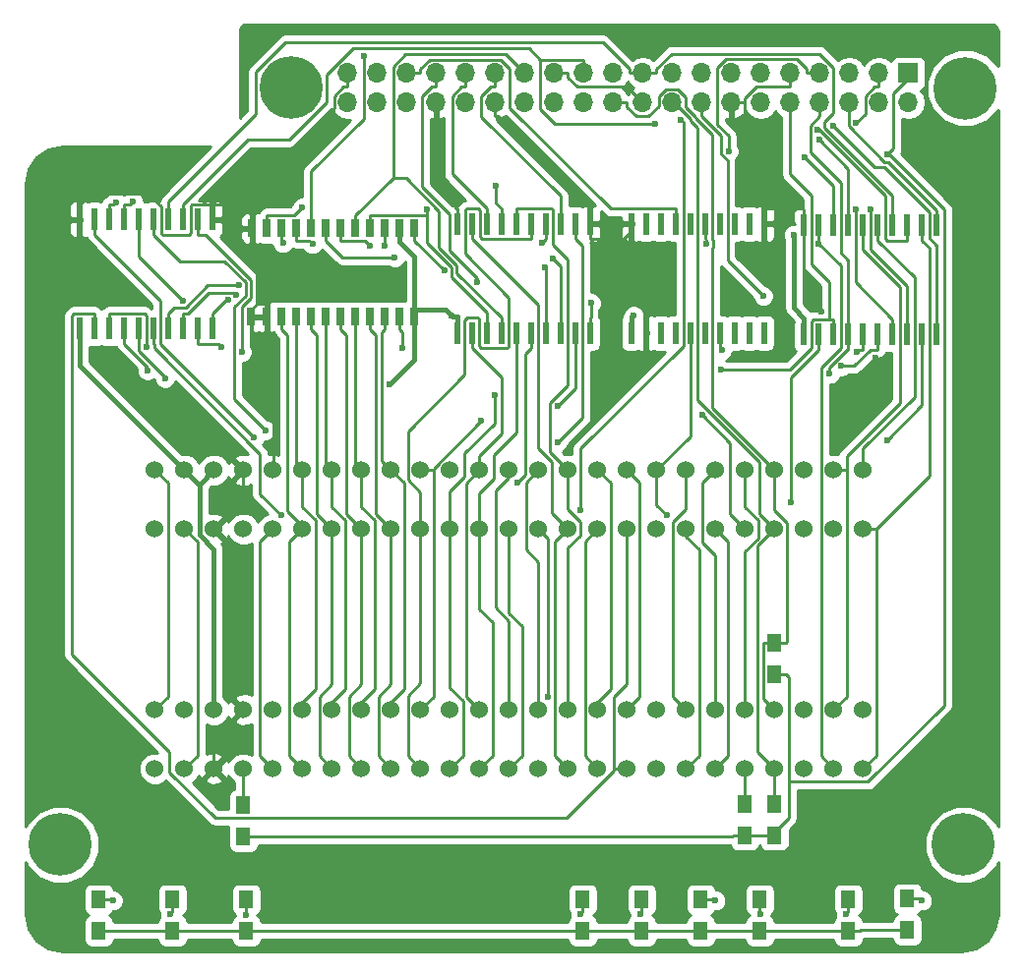
<source format=gbr>
G04 #@! TF.FileFunction,Copper,L2,Bot,Signal*
%FSLAX46Y46*%
G04 Gerber Fmt 4.6, Leading zero omitted, Abs format (unit mm)*
G04 Created by KiCad (PCBNEW 4.0.7) date 05/02/18 01:49:19*
%MOMM*%
%LPD*%
G01*
G04 APERTURE LIST*
%ADD10C,0.100000*%
%ADD11C,5.400000*%
%ADD12C,1.524000*%
%ADD13R,1.300000X1.500000*%
%ADD14R,1.700000X1.700000*%
%ADD15O,1.700000X1.700000*%
%ADD16R,0.600000X1.950000*%
%ADD17R,0.762000X1.524000*%
%ADD18C,0.600000*%
%ADD19C,0.250000*%
%ADD20C,0.400000*%
%ADD21C,0.254000*%
G04 APERTURE END LIST*
D10*
D11*
X210312000Y-122174000D03*
X132588000Y-122174000D03*
X152459000Y-56992500D03*
D12*
X201676000Y-110561000D03*
X201676000Y-115641000D03*
X199136000Y-110561000D03*
X199136000Y-115641000D03*
X196596000Y-110561000D03*
X196596000Y-115641000D03*
X194056000Y-110561000D03*
X194056000Y-115641000D03*
X191516000Y-110561000D03*
X191516000Y-115641000D03*
X188976000Y-110561000D03*
X188976000Y-115641000D03*
X186436000Y-110561000D03*
X186436000Y-115641000D03*
X183896000Y-110561000D03*
X183896000Y-115641000D03*
X181356000Y-110561000D03*
X181356000Y-115641000D03*
X178816000Y-110561000D03*
X178816000Y-115641000D03*
X176276000Y-110561000D03*
X176276000Y-115641000D03*
X173736000Y-110561000D03*
X173736000Y-115641000D03*
X171196000Y-110561000D03*
X171196000Y-115641000D03*
X168656000Y-110561000D03*
X168656000Y-115641000D03*
X166116000Y-110561000D03*
X166116000Y-115641000D03*
X163576000Y-110561000D03*
X163576000Y-115641000D03*
X161036000Y-110561000D03*
X161036000Y-115641000D03*
X158496000Y-110561000D03*
X158496000Y-115641000D03*
X155956000Y-110561000D03*
X155956000Y-115641000D03*
X153416000Y-110561000D03*
X153416000Y-115641000D03*
X150876000Y-110561000D03*
X150876000Y-115641000D03*
X148336000Y-110561000D03*
X148336000Y-115641000D03*
X145796000Y-110561000D03*
X145796000Y-115641000D03*
X143256000Y-110561000D03*
X143256000Y-115641000D03*
X140716000Y-110561000D03*
X140716000Y-115641000D03*
X201676000Y-89916000D03*
X201676000Y-94996000D03*
X199136000Y-89916000D03*
X199136000Y-94996000D03*
X196596000Y-89916000D03*
X196596000Y-94996000D03*
X194056000Y-89916000D03*
X194056000Y-94996000D03*
X191516000Y-89916000D03*
X191516000Y-94996000D03*
X188976000Y-89916000D03*
X188976000Y-94996000D03*
X186436000Y-89916000D03*
X186436000Y-94996000D03*
X183896000Y-89916000D03*
X183896000Y-94996000D03*
X181356000Y-89916000D03*
X181356000Y-94996000D03*
X178816000Y-89916000D03*
X178816000Y-94996000D03*
X176276000Y-89916000D03*
X176276000Y-94996000D03*
X173736000Y-89916000D03*
X173736000Y-94996000D03*
X171196000Y-89916000D03*
X171196000Y-94996000D03*
X168656000Y-89916000D03*
X168656000Y-94996000D03*
X166116000Y-89916000D03*
X166116000Y-94996000D03*
X163576000Y-89916000D03*
X163576000Y-94996000D03*
X161036000Y-89916000D03*
X161036000Y-94996000D03*
X158496000Y-89916000D03*
X158496000Y-94996000D03*
X155956000Y-89916000D03*
X155956000Y-94996000D03*
X153416000Y-89916000D03*
X153416000Y-94996000D03*
X150876000Y-89916000D03*
X150876000Y-94996000D03*
X148336000Y-89916000D03*
X148336000Y-94996000D03*
X145796000Y-89916000D03*
X145796000Y-94996000D03*
X143256000Y-89916000D03*
X143256000Y-94996000D03*
X140716000Y-89916000D03*
X140716000Y-94996000D03*
D13*
X205486000Y-129540000D03*
X205486000Y-126840000D03*
X200406000Y-129620000D03*
X200406000Y-126920000D03*
X192786000Y-129620000D03*
X192786000Y-126920000D03*
X187706000Y-129620000D03*
X187706000Y-126920000D03*
X182626000Y-129620000D03*
X182626000Y-126920000D03*
X177546000Y-129620000D03*
X177546000Y-126920000D03*
X148590000Y-129620000D03*
X148590000Y-126920000D03*
X142240000Y-129620000D03*
X142240000Y-126920000D03*
X135890000Y-129620000D03*
X135890000Y-126920000D03*
D11*
X210483000Y-57023000D03*
D14*
X205572000Y-55727600D03*
D15*
X205572000Y-58267600D03*
X203032000Y-55727600D03*
X203032000Y-58267600D03*
X200492000Y-55727600D03*
X200492000Y-58267600D03*
X197952000Y-55727600D03*
X197952000Y-58267600D03*
X195412000Y-55727600D03*
X195412000Y-58267600D03*
X192872000Y-55727600D03*
X192872000Y-58267600D03*
X190332000Y-55727600D03*
X190332000Y-58267600D03*
X187792000Y-55727600D03*
X187792000Y-58267600D03*
X185252000Y-55727600D03*
X185252000Y-58267600D03*
X182712000Y-55727600D03*
X182712000Y-58267600D03*
X180172000Y-55727600D03*
X180172000Y-58267600D03*
X177632000Y-55727600D03*
X177632000Y-58267600D03*
X175092000Y-55727600D03*
X175092000Y-58267600D03*
X172552000Y-55727600D03*
X172552000Y-58267600D03*
X170012000Y-55727600D03*
X170012000Y-58267600D03*
X167472000Y-55727600D03*
X167472000Y-58267600D03*
X164932000Y-55727600D03*
X164932000Y-58267600D03*
X162392000Y-55727600D03*
X162392000Y-58267600D03*
X159852000Y-55727600D03*
X159852000Y-58267600D03*
X157312000Y-55727600D03*
X157312000Y-58267600D03*
D13*
X148336000Y-118792000D03*
X148336000Y-121492000D03*
X194056000Y-118665000D03*
X194056000Y-121365000D03*
X194056000Y-104822000D03*
X194056000Y-107522000D03*
X191516000Y-118665000D03*
X191516000Y-121365000D03*
D16*
X134239000Y-68324000D03*
X135509000Y-68324000D03*
X136779000Y-68324000D03*
X138049000Y-68324000D03*
X139319000Y-68324000D03*
X140589000Y-68324000D03*
X141859000Y-68324000D03*
X143129000Y-68324000D03*
X144399000Y-68324000D03*
X145669000Y-68324000D03*
X145669000Y-77724000D03*
X144399000Y-77724000D03*
X143129000Y-77724000D03*
X141859000Y-77724000D03*
X140589000Y-77724000D03*
X139319000Y-77724000D03*
X138049000Y-77724000D03*
X136779000Y-77724000D03*
X135509000Y-77724000D03*
X134239000Y-77724000D03*
X166751000Y-68705000D03*
X168021000Y-68705000D03*
X169291000Y-68705000D03*
X170561000Y-68705000D03*
X171831000Y-68705000D03*
X173101000Y-68705000D03*
X174371000Y-68705000D03*
X175641000Y-68705000D03*
X176911000Y-68705000D03*
X178181000Y-68705000D03*
X178181000Y-78105000D03*
X176911000Y-78105000D03*
X175641000Y-78105000D03*
X174371000Y-78105000D03*
X173101000Y-78105000D03*
X171831000Y-78105000D03*
X170561000Y-78105000D03*
X169291000Y-78105000D03*
X168021000Y-78105000D03*
X166751000Y-78105000D03*
X181737000Y-68705000D03*
X183007000Y-68705000D03*
X184277000Y-68705000D03*
X185547000Y-68705000D03*
X186817000Y-68705000D03*
X188087000Y-68705000D03*
X189357000Y-68705000D03*
X190627000Y-68705000D03*
X191897000Y-68705000D03*
X193167000Y-68705000D03*
X193167000Y-78105000D03*
X191897000Y-78105000D03*
X190627000Y-78105000D03*
X189357000Y-78105000D03*
X188087000Y-78105000D03*
X186817000Y-78105000D03*
X185547000Y-78105000D03*
X184277000Y-78105000D03*
X183007000Y-78105000D03*
X181737000Y-78105000D03*
X196596000Y-68832000D03*
X197866000Y-68832000D03*
X199136000Y-68832000D03*
X200406000Y-68832000D03*
X201676000Y-68832000D03*
X202946000Y-68832000D03*
X204216000Y-68832000D03*
X205486000Y-68832000D03*
X206756000Y-68832000D03*
X208026000Y-68832000D03*
X208026000Y-78232000D03*
X206756000Y-78232000D03*
X205486000Y-78232000D03*
X204216000Y-78232000D03*
X202946000Y-78232000D03*
X201676000Y-78232000D03*
X200406000Y-78232000D03*
X199136000Y-78232000D03*
X197866000Y-78232000D03*
X196596000Y-78232000D03*
D17*
X163068000Y-76708000D03*
X161798000Y-76708000D03*
X160528000Y-76708000D03*
X159258000Y-76708000D03*
X157988000Y-76708000D03*
X156718000Y-76708000D03*
X155448000Y-76708000D03*
X154178000Y-76708000D03*
X152908000Y-76708000D03*
X151638000Y-76708000D03*
X150368000Y-76708000D03*
X148971000Y-76708000D03*
X163068000Y-69088000D03*
X161798000Y-69088000D03*
X160528000Y-69088000D03*
X159258000Y-69088000D03*
X157988000Y-69088000D03*
X156718000Y-69088000D03*
X155448000Y-69088000D03*
X154178000Y-69088000D03*
X152908000Y-69088000D03*
X151638000Y-69088000D03*
X150368000Y-69088000D03*
X149098000Y-69088000D03*
D18*
X198080600Y-76259600D03*
X202769400Y-80236900D03*
X181929200Y-76593500D03*
X195688200Y-69651300D03*
X160905100Y-82555300D03*
X166229400Y-76631500D03*
X174316000Y-72450900D03*
X159222000Y-70634300D03*
X174048700Y-70320500D03*
X190097700Y-62473700D03*
X154282000Y-70460000D03*
X153408300Y-67282600D03*
X170092700Y-65456900D03*
X151732400Y-70359300D03*
X164097700Y-67432300D03*
X161377600Y-71610000D03*
X174939600Y-71677000D03*
X201068300Y-59997900D03*
X158676600Y-54227200D03*
X197866000Y-70401000D03*
X187846700Y-85178000D03*
X201163200Y-79741300D03*
X195437600Y-92731500D03*
X162012600Y-79440700D03*
X199802900Y-80964800D03*
X203745200Y-87318800D03*
X184776600Y-93796000D03*
X143114400Y-75314700D03*
X148198300Y-79753400D03*
X150260700Y-86492500D03*
X146422100Y-79296600D03*
X149261600Y-87126600D03*
X174554200Y-109445200D03*
X141601000Y-81988100D03*
X151620900Y-93830600D03*
X171957600Y-91021400D03*
X175431000Y-84360300D03*
X169962300Y-83490900D03*
X168817500Y-85656300D03*
X175384000Y-87535200D03*
X189543900Y-79592200D03*
X165636000Y-72743700D03*
X203787000Y-62732500D03*
X137349200Y-66826400D03*
X196657900Y-62938400D03*
X197754200Y-60596400D03*
X183735200Y-60072300D03*
X189457900Y-81294200D03*
X140023700Y-79354100D03*
X147717500Y-74822200D03*
X202320600Y-67471100D03*
X138833600Y-66766400D03*
X197895400Y-61490100D03*
X168437200Y-73767500D03*
X147928700Y-74021800D03*
X201039700Y-67465600D03*
X198787400Y-81638400D03*
X140077300Y-81354100D03*
X206756000Y-127005000D03*
X200224000Y-128202000D03*
X192823000Y-128202000D03*
X188976000Y-127005000D03*
X182510000Y-128202000D03*
X177333000Y-128202000D03*
X148566000Y-128270000D03*
X142040000Y-128181000D03*
X137094000Y-127005000D03*
X199085800Y-60274800D03*
X160495800Y-70561700D03*
X185966500Y-59732400D03*
X177375400Y-93365400D03*
X193086500Y-74930000D03*
X188188700Y-70456500D03*
X147028100Y-75264800D03*
X178232600Y-75535100D03*
D19*
X148971000Y-76708000D02*
X148971000Y-76164300D01*
X166751000Y-68705000D02*
X166751000Y-67404700D01*
X200492000Y-58267600D02*
X200492000Y-59442900D01*
X208026000Y-68832000D02*
X208026000Y-67531700D01*
X150368000Y-76708000D02*
X150368000Y-75620700D01*
X150368000Y-76708000D02*
X150368000Y-77795300D01*
X164932000Y-58267600D02*
X164932000Y-59442900D01*
X149514600Y-70591900D02*
X149098000Y-70175300D01*
X149514600Y-75620700D02*
X149514600Y-70591900D01*
X148971000Y-76164300D02*
X149514600Y-75620700D01*
X149514600Y-75620700D02*
X150368000Y-75620700D01*
X149098000Y-69088000D02*
X149098000Y-70175300D01*
X157312000Y-55727600D02*
X157312000Y-56902900D01*
X149098000Y-69088000D02*
X149098000Y-68000700D01*
X148336000Y-92456000D02*
X148336000Y-89916000D01*
X145796000Y-94996000D02*
X148336000Y-92456000D01*
X145796000Y-113101000D02*
X145796000Y-115641000D01*
X148336000Y-110561000D02*
X145796000Y-113101000D01*
X181737000Y-68705000D02*
X181737000Y-69355100D01*
X178181000Y-68705000D02*
X178181000Y-70005300D01*
X170012000Y-58267600D02*
X170012000Y-59442900D01*
X178181000Y-68705000D02*
X178181000Y-67404700D01*
X183007000Y-78105000D02*
X183007000Y-76804700D01*
X183007000Y-71925500D02*
X183007000Y-76804700D01*
X181086800Y-70005300D02*
X183007000Y-71925500D01*
X181737000Y-69355100D02*
X181086800Y-70005300D01*
X181086800Y-70005300D02*
X178181000Y-70005300D01*
X156136700Y-58748200D02*
X147991100Y-66893800D01*
X156136700Y-57710800D02*
X156136700Y-58748200D01*
X156944600Y-56902900D02*
X156136700Y-57710800D01*
X157312000Y-56902900D02*
X156944600Y-56902900D01*
X147991100Y-66893800D02*
X149098000Y-68000700D01*
X176267300Y-56095000D02*
X176267300Y-55727600D01*
X177075200Y-56902900D02*
X176267300Y-56095000D01*
X181347300Y-56902900D02*
X177075200Y-56902900D01*
X182712000Y-58267600D02*
X181347300Y-56902900D01*
X175092000Y-55727600D02*
X176267300Y-55727600D01*
X164932000Y-65585700D02*
X164932000Y-59442900D01*
X166751000Y-67404700D02*
X164932000Y-65585700D01*
X150886000Y-78313300D02*
X150368000Y-77795300D01*
X150886000Y-89906000D02*
X150886000Y-78313300D01*
X150876000Y-89916000D02*
X150886000Y-89906000D01*
X134239000Y-68324000D02*
X134239000Y-67023700D01*
X170219200Y-59442900D02*
X170012000Y-59442900D01*
X178181000Y-67404700D02*
X170219200Y-59442900D01*
X147861200Y-67023700D02*
X145669000Y-67023700D01*
X147991100Y-66893800D02*
X147861200Y-67023700D01*
X145669000Y-68324000D02*
X145669000Y-67023700D01*
X193167000Y-68705000D02*
X193167000Y-67404700D01*
X195412000Y-55727600D02*
X195412000Y-56902900D01*
X192504700Y-56902900D02*
X195412000Y-56902900D01*
X191507300Y-57900300D02*
X192504700Y-56902900D01*
X191507300Y-58267600D02*
X191507300Y-57900300D01*
X190332000Y-58267600D02*
X191507300Y-58267600D01*
X196596000Y-68832000D02*
X196596000Y-67531700D01*
X196469000Y-67404700D02*
X193167000Y-67404700D01*
X196596000Y-67531700D02*
X196469000Y-67404700D01*
X191507300Y-65745000D02*
X191507300Y-58267600D01*
X193167000Y-67404700D02*
X191507300Y-65745000D01*
X143892100Y-67023700D02*
X145669000Y-67023700D01*
X143773600Y-67142200D02*
X143892100Y-67023700D01*
X143773600Y-69479700D02*
X143773600Y-67142200D01*
X143628900Y-69624400D02*
X143773600Y-69479700D01*
X141382100Y-69624400D02*
X143628900Y-69624400D01*
X141233700Y-69476000D02*
X141382100Y-69624400D01*
X141233700Y-67230000D02*
X141233700Y-69476000D01*
X140130000Y-66126300D02*
X141233700Y-67230000D01*
X135136400Y-66126300D02*
X140130000Y-66126300D01*
X134239000Y-67023700D02*
X135136400Y-66126300D01*
X203852100Y-63357800D02*
X208026000Y-67531700D01*
X203528000Y-63357800D02*
X203852100Y-63357800D01*
X200427700Y-60257500D02*
X203528000Y-63357800D01*
X200427700Y-59507200D02*
X200427700Y-60257500D01*
X200492000Y-59442900D02*
X200427700Y-59507200D01*
X196596000Y-74775000D02*
X198080600Y-76259600D01*
X196596000Y-68832000D02*
X196596000Y-74775000D01*
X202769400Y-81572100D02*
X202772000Y-81574700D01*
X202769400Y-80236900D02*
X202769400Y-81572100D01*
X202772000Y-82550000D02*
X202772000Y-81574700D01*
D20*
X161798000Y-69088000D02*
X161798000Y-70250300D01*
X144584800Y-91127200D02*
X145796000Y-89916000D01*
X145796000Y-96716400D02*
X145796000Y-110561000D01*
X144584800Y-95505200D02*
X145796000Y-96716400D01*
X144584800Y-91127200D02*
X144584800Y-95505200D01*
X144467200Y-91127200D02*
X143256000Y-89916000D01*
X144584800Y-91127200D02*
X144467200Y-91127200D01*
X134239000Y-80899000D02*
X134239000Y-77724000D01*
X143256000Y-89916000D02*
X134239000Y-80899000D01*
X181737000Y-78105000D02*
X181737000Y-76729700D01*
X181793000Y-76729700D02*
X181737000Y-76729700D01*
X181929200Y-76593500D02*
X181793000Y-76729700D01*
X195688300Y-69651300D02*
X195688200Y-69651300D01*
X195688300Y-75949000D02*
X195688300Y-69651300D01*
X196596000Y-76856700D02*
X195688300Y-75949000D01*
X196596000Y-78232000D02*
X196596000Y-76856700D01*
X163068000Y-71520300D02*
X161798000Y-70250300D01*
X163068000Y-75545700D02*
X163068000Y-71520300D01*
X163068000Y-76708000D02*
X163068000Y-77289100D01*
X163068000Y-80392400D02*
X160905100Y-82555300D01*
X163068000Y-77289100D02*
X163068000Y-80392400D01*
X166327600Y-76729700D02*
X166751000Y-76729700D01*
X166229400Y-76631500D02*
X166327600Y-76729700D01*
X166751000Y-78105000D02*
X166751000Y-76729700D01*
X163068000Y-76708000D02*
X163068000Y-76126800D01*
X163068000Y-76126800D02*
X163068000Y-75545700D01*
X165724700Y-76126800D02*
X166229400Y-76631500D01*
X163068000Y-76126800D02*
X165724700Y-76126800D01*
D19*
X174371000Y-78105000D02*
X174371000Y-76804700D01*
X158763000Y-70175300D02*
X159222000Y-70634300D01*
X156718000Y-70175300D02*
X158763000Y-70175300D01*
X156718000Y-69088000D02*
X156718000Y-70175300D01*
X174371000Y-72505900D02*
X174316000Y-72450900D01*
X174371000Y-76804700D02*
X174371000Y-72505900D01*
X174363900Y-70005300D02*
X174371000Y-70005300D01*
X174048700Y-70320500D02*
X174363900Y-70005300D01*
X174371000Y-68705000D02*
X174371000Y-70005300D01*
X197952000Y-55727600D02*
X196776700Y-55727600D01*
X153997300Y-70175300D02*
X154282000Y-70460000D01*
X152908000Y-70175300D02*
X153997300Y-70175300D01*
X152908000Y-69088000D02*
X152908000Y-70175300D01*
X190097700Y-61111600D02*
X190097700Y-62473700D01*
X189145700Y-60159600D02*
X190097700Y-61111600D01*
X189145700Y-55250900D02*
X189145700Y-60159600D01*
X189873300Y-54523300D02*
X189145700Y-55250900D01*
X195937700Y-54523300D02*
X189873300Y-54523300D01*
X196776700Y-55362300D02*
X195937700Y-54523300D01*
X196776700Y-55727600D02*
X196776700Y-55362300D01*
X167472000Y-55727600D02*
X167472000Y-56902900D01*
X169291000Y-68705000D02*
X169291000Y-67404700D01*
X167104600Y-56902900D02*
X167472000Y-56902900D01*
X166296700Y-57710800D02*
X167104600Y-56902900D01*
X166296700Y-64410400D02*
X166296700Y-57710800D01*
X169291000Y-67404700D02*
X166296700Y-64410400D01*
X152690200Y-68000700D02*
X153408300Y-67282600D01*
X150368000Y-68000700D02*
X152690200Y-68000700D01*
X150368000Y-69088000D02*
X150368000Y-68000700D01*
X170561000Y-68705000D02*
X170561000Y-67404700D01*
X170092700Y-66936400D02*
X170092700Y-65456900D01*
X170561000Y-67404700D02*
X170092700Y-66936400D01*
X151732400Y-70269700D02*
X151732400Y-70359300D01*
X151638000Y-70175300D02*
X151732400Y-70269700D01*
X151638000Y-69088000D02*
X151638000Y-70175300D01*
X157988000Y-69088000D02*
X157988000Y-68000700D01*
X170561000Y-78105000D02*
X170561000Y-76804700D01*
X157988000Y-68000700D02*
X161216500Y-64772200D01*
X170912500Y-54088100D02*
X172552000Y-55727600D01*
X162309200Y-54088100D02*
X170912500Y-54088100D01*
X161216500Y-55180800D02*
X162309200Y-54088100D01*
X161216500Y-64772200D02*
X161216500Y-55180800D01*
X162339300Y-64772200D02*
X161216500Y-64772200D01*
X165164800Y-67597700D02*
X162339300Y-64772200D01*
X165164800Y-70751200D02*
X165164800Y-67597700D01*
X166711600Y-72298000D02*
X165164800Y-70751200D01*
X166711600Y-72955300D02*
X166711600Y-72298000D01*
X170561000Y-76804700D02*
X166711600Y-72955300D01*
X159258000Y-69088000D02*
X159258000Y-68000700D01*
X159258000Y-68000700D02*
X164097700Y-68000700D01*
X164097700Y-67432300D02*
X164097700Y-68000700D01*
X169291000Y-76333400D02*
X169291000Y-78105000D01*
X166261300Y-73303700D02*
X169291000Y-76333400D01*
X166261300Y-72484600D02*
X166261300Y-73303700D01*
X164097700Y-70321000D02*
X166261300Y-72484600D01*
X164097700Y-68000700D02*
X164097700Y-70321000D01*
X156882700Y-71610000D02*
X161377600Y-71610000D01*
X155448000Y-70175300D02*
X156882700Y-71610000D01*
X155448000Y-69088000D02*
X155448000Y-70175300D01*
X175641000Y-72378400D02*
X174939600Y-71677000D01*
X175641000Y-78105000D02*
X175641000Y-72378400D01*
X202664600Y-56902900D02*
X203032000Y-56902900D01*
X201856700Y-57710800D02*
X202664600Y-56902900D01*
X201856700Y-59209500D02*
X201856700Y-57710800D01*
X201068300Y-59997900D02*
X201856700Y-59209500D01*
X203032000Y-55727600D02*
X203032000Y-56902900D01*
X175641000Y-66305100D02*
X175641000Y-68705000D01*
X168826200Y-59490300D02*
X175641000Y-66305100D01*
X168826200Y-57721400D02*
X168826200Y-59490300D01*
X169644700Y-56902900D02*
X168826200Y-57721400D01*
X170012000Y-56902900D02*
X169644700Y-56902900D01*
X170012000Y-55727600D02*
X170012000Y-56902900D01*
X158676600Y-59692100D02*
X158676600Y-54227200D01*
X154178000Y-64190700D02*
X158676600Y-59692100D01*
X154178000Y-69088000D02*
X154178000Y-64190700D01*
X202946000Y-68832000D02*
X202946000Y-70132300D01*
X201676000Y-88050400D02*
X201676000Y-89916000D01*
X206111400Y-83615000D02*
X201676000Y-88050400D01*
X206111400Y-73297700D02*
X206111400Y-83615000D01*
X202946000Y-70132300D02*
X206111400Y-73297700D01*
X202796400Y-114520600D02*
X201676000Y-115641000D01*
X202796400Y-94996000D02*
X202796400Y-114520600D01*
X202796400Y-94996000D02*
X201676000Y-94996000D01*
X206756000Y-68832000D02*
X206756000Y-70132300D01*
X207381300Y-90411100D02*
X202796400Y-94996000D01*
X207381300Y-70757600D02*
X207381300Y-90411100D01*
X206756000Y-70132300D02*
X207381300Y-70757600D01*
X200247200Y-109449800D02*
X199136000Y-110561000D01*
X200247200Y-89916000D02*
X200247200Y-109449800D01*
X200247200Y-89916000D02*
X199136000Y-89916000D01*
X200247200Y-88728000D02*
X200247200Y-89916000D01*
X204841400Y-84133800D02*
X200247200Y-88728000D01*
X204841400Y-74112400D02*
X204841400Y-84133800D01*
X201676000Y-70947000D02*
X204841400Y-74112400D01*
X201676000Y-68832000D02*
X201676000Y-70947000D01*
X197866000Y-70401000D02*
X197866000Y-68832000D01*
X198048500Y-114553500D02*
X199136000Y-115641000D01*
X198048500Y-81073600D02*
X198048500Y-114553500D01*
X199761400Y-79360700D02*
X198048500Y-81073600D01*
X199761400Y-72296400D02*
X199761400Y-79360700D01*
X197866000Y-70401000D02*
X199761400Y-72296400D01*
X194056000Y-118665000D02*
X194056000Y-115641000D01*
X192615100Y-114200100D02*
X194056000Y-115641000D01*
X192615100Y-96436900D02*
X192615100Y-114200100D01*
X194056000Y-94996000D02*
X192615100Y-96436900D01*
X185386100Y-58267600D02*
X185252000Y-58267600D01*
X186816900Y-59698400D02*
X185386100Y-58267600D01*
X186816900Y-59832500D02*
X186816900Y-59698400D01*
X187442400Y-60458000D02*
X186816900Y-59832500D01*
X187442400Y-83889300D02*
X187442400Y-60458000D01*
X192786000Y-89232900D02*
X187442400Y-83889300D01*
X192786000Y-93726000D02*
X192786000Y-89232900D01*
X194056000Y-94996000D02*
X192786000Y-93726000D01*
X191516000Y-96899100D02*
X191516000Y-110561000D01*
X192627200Y-95787900D02*
X191516000Y-96899100D01*
X192627200Y-94236000D02*
X192627200Y-95787900D01*
X191516000Y-93124800D02*
X192627200Y-94236000D01*
X191516000Y-89916000D02*
X191516000Y-93124800D01*
X191516000Y-118665000D02*
X191516000Y-115641000D01*
X190246000Y-93726000D02*
X191516000Y-94996000D01*
X190246000Y-87577300D02*
X190246000Y-93726000D01*
X187846700Y-85178000D02*
X190246000Y-87577300D01*
X187864700Y-91027300D02*
X188976000Y-89916000D01*
X187864700Y-96148900D02*
X187864700Y-91027300D01*
X188976000Y-97260200D02*
X187864700Y-96148900D01*
X188976000Y-110561000D02*
X188976000Y-97260200D01*
X201372200Y-79532300D02*
X201676000Y-79532300D01*
X201163200Y-79741300D02*
X201372200Y-79532300D01*
X201676000Y-78232000D02*
X201676000Y-79532300D01*
X190065400Y-96085400D02*
X188976000Y-94996000D01*
X190065400Y-114551600D02*
X190065400Y-96085400D01*
X188976000Y-115641000D02*
X190065400Y-114551600D01*
X195437600Y-81960700D02*
X195437600Y-92731500D01*
X197866000Y-79532300D02*
X195437600Y-81960700D01*
X197866000Y-78232000D02*
X197866000Y-79532300D01*
X202946000Y-78232000D02*
X202946000Y-79532300D01*
X200882300Y-80964800D02*
X199802900Y-80964800D01*
X202946000Y-79532300D02*
X202312410Y-79532300D01*
X202312410Y-79532300D02*
X200882300Y-80962410D01*
X200882300Y-80962410D02*
X200882300Y-80964800D01*
X162012600Y-78009900D02*
X162012600Y-79440700D01*
X161798000Y-77795300D02*
X162012600Y-78009900D01*
X161798000Y-76708000D02*
X161798000Y-77795300D01*
X185324700Y-109449700D02*
X186436000Y-110561000D01*
X185324700Y-94410200D02*
X185324700Y-109449700D01*
X186436000Y-93298900D02*
X185324700Y-94410200D01*
X186436000Y-89916000D02*
X186436000Y-93298900D01*
X187547200Y-114529800D02*
X186436000Y-115641000D01*
X187547200Y-96744000D02*
X187547200Y-114529800D01*
X186436000Y-95632800D02*
X187547200Y-96744000D01*
X186436000Y-94996000D02*
X186436000Y-95632800D01*
X206756000Y-84308000D02*
X206756000Y-78232000D01*
X203745200Y-87318800D02*
X206756000Y-84308000D01*
X183896000Y-92915400D02*
X183896000Y-89916000D01*
X184776600Y-93796000D02*
X183896000Y-92915400D01*
X186817000Y-86995000D02*
X183896000Y-89916000D01*
X186817000Y-78105000D02*
X186817000Y-86995000D01*
X182449600Y-109467400D02*
X181356000Y-110561000D01*
X182449600Y-91009600D02*
X182449600Y-109467400D01*
X181356000Y-89916000D02*
X182449600Y-91009600D01*
X139319000Y-71519300D02*
X143114400Y-75314700D01*
X139319000Y-68324000D02*
X139319000Y-71519300D01*
X135509000Y-77724000D02*
X135509000Y-76423700D01*
X181356000Y-108339300D02*
X181356000Y-94996000D01*
X180244700Y-109450600D02*
X181356000Y-108339300D01*
X180244700Y-115641000D02*
X180244700Y-109450600D01*
X180244600Y-115641000D02*
X180244700Y-115641000D01*
X180244600Y-115779900D02*
X180244600Y-115641000D01*
X176157100Y-119867400D02*
X180244600Y-115779900D01*
X145893400Y-119867400D02*
X176157100Y-119867400D01*
X141986000Y-115960000D02*
X145893400Y-119867400D01*
X141986000Y-114196400D02*
X141986000Y-115960000D01*
X133582900Y-105793300D02*
X141986000Y-114196400D01*
X133582900Y-76601000D02*
X133582900Y-105793300D01*
X133760200Y-76423700D02*
X133582900Y-76601000D01*
X135509000Y-76423700D02*
X133760200Y-76423700D01*
X180244700Y-115641000D02*
X181356000Y-115641000D01*
X144399000Y-68324000D02*
X144399000Y-69624300D01*
X145052500Y-69624300D02*
X144399000Y-69624300D01*
X149004300Y-73576100D02*
X145052500Y-69624300D01*
X149004300Y-75056700D02*
X149004300Y-73576100D01*
X148198300Y-75862700D02*
X149004300Y-75056700D01*
X148198300Y-79753400D02*
X148198300Y-75862700D01*
X178816000Y-109924100D02*
X178816000Y-110561000D01*
X179927200Y-108812900D02*
X178816000Y-109924100D01*
X179927200Y-91027200D02*
X179927200Y-108812900D01*
X178816000Y-89916000D02*
X179927200Y-91027200D01*
X177724900Y-96087100D02*
X178816000Y-94996000D01*
X177724900Y-114549900D02*
X177724900Y-96087100D01*
X178816000Y-115641000D02*
X177724900Y-114549900D01*
X140589000Y-68324000D02*
X140589000Y-69624300D01*
X142898600Y-71933900D02*
X140589000Y-69624300D01*
X146725200Y-71933900D02*
X142898600Y-71933900D01*
X148554000Y-73762700D02*
X146725200Y-71933900D01*
X148554000Y-74870100D02*
X148554000Y-73762700D01*
X147561200Y-75862900D02*
X148554000Y-74870100D01*
X147561200Y-83793000D02*
X147561200Y-75862900D01*
X150260700Y-86492500D02*
X147561200Y-83793000D01*
X176276000Y-96627100D02*
X176276000Y-110561000D01*
X177375000Y-95528100D02*
X176276000Y-96627100D01*
X177375000Y-94390800D02*
X177375000Y-95528100D01*
X176276000Y-93291800D02*
X177375000Y-94390800D01*
X176276000Y-89916000D02*
X176276000Y-93291800D01*
X171831000Y-68705000D02*
X171831000Y-67404700D01*
X174758700Y-88398700D02*
X176276000Y-89916000D01*
X174758700Y-84148300D02*
X174758700Y-88398700D01*
X176266400Y-82640600D02*
X174758700Y-84148300D01*
X176266400Y-71796800D02*
X176266400Y-82640600D01*
X174996400Y-70526800D02*
X176266400Y-71796800D01*
X174996400Y-67551600D02*
X174996400Y-70526800D01*
X174849500Y-67404700D02*
X174996400Y-67551600D01*
X171831000Y-67404700D02*
X174849500Y-67404700D01*
X168021000Y-68705000D02*
X168021000Y-70005300D01*
X174912700Y-93632700D02*
X176276000Y-94996000D01*
X174912700Y-89189600D02*
X174912700Y-93632700D01*
X173726400Y-88003300D02*
X174912700Y-89189600D01*
X173726400Y-75710700D02*
X173726400Y-88003300D01*
X168021000Y-70005300D02*
X173726400Y-75710700D01*
X175179500Y-96092500D02*
X176276000Y-94996000D01*
X175179500Y-114544500D02*
X175179500Y-96092500D01*
X176276000Y-115641000D02*
X175179500Y-114544500D01*
X173736000Y-97854500D02*
X173736000Y-110561000D01*
X172644900Y-96763400D02*
X173736000Y-97854500D01*
X172644900Y-91007100D02*
X172644900Y-96763400D01*
X173736000Y-89916000D02*
X172644900Y-91007100D01*
X146149800Y-79024300D02*
X146422100Y-79296600D01*
X144399000Y-79024300D02*
X146149800Y-79024300D01*
X144399000Y-77724000D02*
X144399000Y-79024300D01*
X174554200Y-95814200D02*
X174554200Y-109445200D01*
X173736000Y-94996000D02*
X174554200Y-95814200D01*
X135509000Y-68324000D02*
X135509000Y-69624300D01*
X141226100Y-75341400D02*
X135509000Y-69624300D01*
X141226100Y-79091100D02*
X141226100Y-75341400D01*
X149261600Y-87126600D02*
X141226100Y-79091100D01*
X171196000Y-90552900D02*
X171196000Y-89916000D01*
X170071800Y-91677100D02*
X171196000Y-90552900D01*
X170071800Y-101774600D02*
X170071800Y-91677100D01*
X171196000Y-102898800D02*
X170071800Y-101774600D01*
X171196000Y-110561000D02*
X171196000Y-102898800D01*
X141601000Y-81939400D02*
X141601000Y-81988100D01*
X139319000Y-79657400D02*
X141601000Y-81939400D01*
X139319000Y-77724000D02*
X139319000Y-79657400D01*
X140589000Y-77724000D02*
X140589000Y-79024300D01*
X140649000Y-79084300D02*
X140589000Y-79024300D01*
X140649000Y-79398300D02*
X140649000Y-79084300D01*
X149780700Y-88530000D02*
X140649000Y-79398300D01*
X149780700Y-91990400D02*
X149780700Y-88530000D01*
X151620900Y-93830600D02*
X149780700Y-91990400D01*
X172307200Y-114529800D02*
X171196000Y-115641000D01*
X172307200Y-103373100D02*
X172307200Y-114529800D01*
X171196000Y-102261900D02*
X172307200Y-103373100D01*
X171196000Y-94996000D02*
X171196000Y-102261900D01*
X167531800Y-91040200D02*
X168656000Y-89916000D01*
X167531800Y-109436800D02*
X167531800Y-91040200D01*
X168656000Y-110561000D02*
X167531800Y-109436800D01*
X168021000Y-78105000D02*
X168021000Y-79405300D01*
X170590700Y-81975000D02*
X168021000Y-79405300D01*
X170590700Y-86785000D02*
X170590700Y-81975000D01*
X168656000Y-88719700D02*
X170590700Y-86785000D01*
X168656000Y-89916000D02*
X168656000Y-88719700D01*
X169767200Y-114529800D02*
X168656000Y-115641000D01*
X169767200Y-103054700D02*
X169767200Y-114529800D01*
X168656000Y-101943500D02*
X169767200Y-103054700D01*
X168656000Y-94996000D02*
X168656000Y-101943500D01*
X168656000Y-91968800D02*
X168656000Y-94996000D01*
X169926000Y-90698800D02*
X168656000Y-91968800D01*
X169926000Y-88607200D02*
X169926000Y-90698800D01*
X171831000Y-86702200D02*
X169926000Y-88607200D01*
X171831000Y-79405300D02*
X171831000Y-86702200D01*
X171831000Y-78105000D02*
X171831000Y-79405300D01*
X173101000Y-78105000D02*
X173101000Y-79405300D01*
X172625300Y-90353700D02*
X171957600Y-91021400D01*
X172625300Y-79881000D02*
X172625300Y-90353700D01*
X173101000Y-79405300D02*
X172625300Y-79881000D01*
X167227200Y-114529800D02*
X166116000Y-115641000D01*
X167227200Y-109769100D02*
X167227200Y-114529800D01*
X166116000Y-108657900D02*
X167227200Y-109769100D01*
X166116000Y-94996000D02*
X166116000Y-108657900D01*
X176911000Y-82880300D02*
X175431000Y-84360300D01*
X176911000Y-78105000D02*
X176911000Y-82880300D01*
X169962300Y-85884800D02*
X169962300Y-83490900D01*
X167386000Y-88461100D02*
X169962300Y-85884800D01*
X167386000Y-90528500D02*
X167386000Y-88461100D01*
X166116000Y-91798500D02*
X167386000Y-90528500D01*
X166116000Y-94996000D02*
X166116000Y-91798500D01*
X176911000Y-68705000D02*
X176911000Y-70005300D01*
X164687200Y-89916000D02*
X163576000Y-89916000D01*
X164687200Y-109449800D02*
X163576000Y-110561000D01*
X164687200Y-89916000D02*
X164687200Y-109449800D01*
X177536400Y-85382800D02*
X175384000Y-87535200D01*
X177536400Y-70630700D02*
X177536400Y-85382800D01*
X176911000Y-70005300D02*
X177536400Y-70630700D01*
X164687200Y-89786600D02*
X168817500Y-85656300D01*
X164687200Y-89916000D02*
X164687200Y-89786600D01*
X163576000Y-108262500D02*
X163576000Y-94996000D01*
X162484900Y-109353600D02*
X163576000Y-108262500D01*
X162484900Y-114549900D02*
X162484900Y-109353600D01*
X163576000Y-115641000D02*
X162484900Y-114549900D01*
X173101000Y-68705000D02*
X173101000Y-70005300D01*
X168856200Y-70005300D02*
X173101000Y-70005300D01*
X168665600Y-69814700D02*
X168856200Y-70005300D01*
X168665600Y-67572300D02*
X168665600Y-69814700D01*
X168497900Y-67404600D02*
X168665600Y-67572300D01*
X167533400Y-67404600D02*
X168497900Y-67404600D01*
X167395700Y-67542300D02*
X167533400Y-67404600D01*
X167395700Y-71296500D02*
X167395700Y-67542300D01*
X171186400Y-75087200D02*
X167395700Y-71296500D01*
X171186400Y-79256900D02*
X171186400Y-75087200D01*
X171037900Y-79405400D02*
X171186400Y-79256900D01*
X168791100Y-79405400D02*
X171037900Y-79405400D01*
X168646400Y-79260700D02*
X168791100Y-79405400D01*
X168646400Y-76938100D02*
X168646400Y-79260700D01*
X168512900Y-76804600D02*
X168646400Y-76938100D01*
X167578200Y-76804600D02*
X168512900Y-76804600D01*
X167376600Y-77006200D02*
X167578200Y-76804600D01*
X167376600Y-81672900D02*
X167376600Y-77006200D01*
X162486400Y-86563100D02*
X167376600Y-81672900D01*
X162486400Y-90729500D02*
X162486400Y-86563100D01*
X163576000Y-91819100D02*
X162486400Y-90729500D01*
X163576000Y-94996000D02*
X163576000Y-91819100D01*
X161036000Y-109924100D02*
X161036000Y-110561000D01*
X162147200Y-108812900D02*
X161036000Y-109924100D01*
X162147200Y-91027200D02*
X162147200Y-108812900D01*
X161036000Y-89916000D02*
X162147200Y-91027200D01*
X160279800Y-89159800D02*
X161036000Y-89916000D01*
X160279800Y-78043500D02*
X160279800Y-89159800D01*
X160528000Y-77795300D02*
X160279800Y-78043500D01*
X160528000Y-76708000D02*
X160528000Y-77795300D01*
X159258000Y-76708000D02*
X159258000Y-77795300D01*
X159766000Y-93726000D02*
X161036000Y-94996000D01*
X159766000Y-78303300D02*
X159766000Y-93726000D01*
X159258000Y-77795300D02*
X159766000Y-78303300D01*
X161036000Y-108339300D02*
X161036000Y-94996000D01*
X159944900Y-109430400D02*
X161036000Y-108339300D01*
X159944900Y-114549900D02*
X159944900Y-109430400D01*
X161036000Y-115641000D02*
X159944900Y-114549900D01*
X157988000Y-89408000D02*
X158496000Y-89916000D01*
X157988000Y-76708000D02*
X157988000Y-89408000D01*
X158496000Y-109924100D02*
X158496000Y-110561000D01*
X159607200Y-108812900D02*
X158496000Y-109924100D01*
X159607200Y-94204100D02*
X159607200Y-108812900D01*
X158496000Y-93092900D02*
X159607200Y-94204100D01*
X158496000Y-89916000D02*
X158496000Y-93092900D01*
X156718000Y-76708000D02*
X156718000Y-77795300D01*
X157226000Y-93726000D02*
X158496000Y-94996000D01*
X157226000Y-78303300D02*
X157226000Y-93726000D01*
X156718000Y-77795300D02*
X157226000Y-78303300D01*
X158496000Y-108339300D02*
X158496000Y-94996000D01*
X157404900Y-109430400D02*
X158496000Y-108339300D01*
X157404900Y-114549900D02*
X157404900Y-109430400D01*
X158496000Y-115641000D02*
X157404900Y-114549900D01*
X155448000Y-89408000D02*
X155956000Y-89916000D01*
X155448000Y-76708000D02*
X155448000Y-89408000D01*
X155956000Y-109924100D02*
X155956000Y-110561000D01*
X157067200Y-108812900D02*
X155956000Y-109924100D01*
X157067200Y-94204100D02*
X157067200Y-108812900D01*
X155956000Y-93092900D02*
X157067200Y-94204100D01*
X155956000Y-89916000D02*
X155956000Y-93092900D01*
X154178000Y-76708000D02*
X154178000Y-77795300D01*
X154686000Y-93726000D02*
X155956000Y-94996000D01*
X154686000Y-78303300D02*
X154686000Y-93726000D01*
X154178000Y-77795300D02*
X154686000Y-78303300D01*
X155956000Y-108339300D02*
X155956000Y-94996000D01*
X154864900Y-109430400D02*
X155956000Y-108339300D01*
X154864900Y-114549900D02*
X154864900Y-109430400D01*
X155956000Y-115641000D02*
X154864900Y-114549900D01*
X152908000Y-89408000D02*
X153416000Y-89916000D01*
X152908000Y-76708000D02*
X152908000Y-89408000D01*
X153416000Y-93092900D02*
X153416000Y-89916000D01*
X154527200Y-94204100D02*
X153416000Y-93092900D01*
X154527200Y-108812900D02*
X154527200Y-94204100D01*
X153416000Y-109924100D02*
X154527200Y-108812900D01*
X153416000Y-110561000D02*
X153416000Y-109924100D01*
X152314800Y-114539800D02*
X153416000Y-115641000D01*
X152314800Y-96097200D02*
X152314800Y-114539800D01*
X153416000Y-94996000D02*
X152314800Y-96097200D01*
X151638000Y-76708000D02*
X151638000Y-77795300D01*
X152146000Y-78303300D02*
X151638000Y-77795300D01*
X152146000Y-93471300D02*
X152146000Y-78303300D01*
X153416000Y-94741300D02*
X152146000Y-93471300D01*
X153416000Y-94996000D02*
X153416000Y-94741300D01*
X149781700Y-114546700D02*
X150876000Y-115641000D01*
X149781700Y-96090300D02*
X149781700Y-114546700D01*
X150876000Y-94996000D02*
X149781700Y-96090300D01*
X189357000Y-78105000D02*
X189357000Y-79405300D01*
X189357000Y-79405300D02*
X189543900Y-79592200D01*
X144367200Y-114529800D02*
X143256000Y-115641000D01*
X144367200Y-96107200D02*
X144367200Y-114529800D01*
X143256000Y-94996000D02*
X144367200Y-96107200D01*
X141827200Y-109449800D02*
X140716000Y-110561000D01*
X141827200Y-91027200D02*
X141827200Y-109449800D01*
X140716000Y-89916000D02*
X141827200Y-91027200D01*
X148336000Y-121492000D02*
X149311300Y-121492000D01*
X191516000Y-121365000D02*
X190540700Y-121365000D01*
X190413700Y-121492000D02*
X190540700Y-121365000D01*
X149311300Y-121492000D02*
X190413700Y-121492000D01*
X205572000Y-55727600D02*
X205572000Y-56213700D01*
X194056000Y-121365000D02*
X193796100Y-121365000D01*
X191516000Y-121365000D02*
X192491300Y-121365000D01*
X193796100Y-121365000D02*
X192491300Y-121365000D01*
X163068000Y-70175700D02*
X165636000Y-72743700D01*
X163068000Y-69088000D02*
X163068000Y-70175700D01*
X203787000Y-62732500D02*
X203852900Y-62666600D01*
X204302000Y-57483700D02*
X205572000Y-56213700D01*
X204302000Y-62217500D02*
X204302000Y-57483700D01*
X203852900Y-62666600D02*
X204302000Y-62217500D01*
X195251700Y-119909400D02*
X195251700Y-116761700D01*
X193796100Y-121365000D02*
X195251700Y-119909400D01*
X208660000Y-67473800D02*
X203852900Y-62666600D01*
X208660000Y-110208500D02*
X208660000Y-67473800D01*
X202106800Y-116761700D02*
X208660000Y-110208500D01*
X195251700Y-116761700D02*
X202106800Y-116761700D01*
X195251700Y-107742400D02*
X195031300Y-107522000D01*
X195251700Y-116761700D02*
X195251700Y-107742400D01*
X194056000Y-107522000D02*
X195031300Y-107522000D01*
X137151900Y-67023700D02*
X136779000Y-67023700D01*
X137349200Y-66826400D02*
X137151900Y-67023700D01*
X136779000Y-68324000D02*
X136779000Y-67023700D01*
X199136000Y-65416500D02*
X196657900Y-62938400D01*
X199136000Y-68832000D02*
X199136000Y-65416500D01*
X182712000Y-55727600D02*
X183887300Y-55727600D01*
X181536700Y-55360300D02*
X181536700Y-55727600D01*
X179279500Y-53103100D02*
X181536700Y-55360300D01*
X151965100Y-53103100D02*
X179279500Y-53103100D01*
X149433300Y-55634900D02*
X151965100Y-53103100D01*
X149433300Y-59220400D02*
X149433300Y-55634900D01*
X141859000Y-66794700D02*
X149433300Y-59220400D01*
X141859000Y-68324000D02*
X141859000Y-66794700D01*
X182712000Y-55727600D02*
X181536700Y-55727600D01*
X204216000Y-66289300D02*
X204216000Y-68832000D01*
X198379600Y-60452900D02*
X204216000Y-66289300D01*
X198379600Y-59934900D02*
X198379600Y-60452900D01*
X199143500Y-59171000D02*
X198379600Y-59934900D01*
X199143500Y-55256100D02*
X199143500Y-59171000D01*
X197928700Y-54041300D02*
X199143500Y-55256100D01*
X185206300Y-54041300D02*
X197928700Y-54041300D01*
X183887300Y-55360300D02*
X185206300Y-54041300D01*
X183887300Y-55727600D02*
X183887300Y-55360300D01*
X143129000Y-68324000D02*
X143129000Y-67023700D01*
X177632000Y-55727600D02*
X177632000Y-54552300D01*
X173906500Y-54552300D02*
X177632000Y-54552300D01*
X172918900Y-53564700D02*
X173906500Y-54552300D01*
X157771300Y-53564700D02*
X172918900Y-53564700D01*
X155484400Y-55851600D02*
X157771300Y-53564700D01*
X155484400Y-58245700D02*
X155484400Y-55851600D01*
X152281400Y-61448700D02*
X155484400Y-58245700D01*
X148704000Y-61448700D02*
X152281400Y-61448700D01*
X143129000Y-67023700D02*
X148704000Y-61448700D01*
X173906500Y-58840100D02*
X173906500Y-54552300D01*
X175138700Y-60072300D02*
X173906500Y-58840100D01*
X183735200Y-60072300D02*
X175138700Y-60072300D01*
X205486000Y-68832000D02*
X205486000Y-70132300D01*
X203723200Y-70132300D02*
X205486000Y-70132300D01*
X203590600Y-69999700D02*
X203723200Y-70132300D01*
X203590600Y-66300800D02*
X203590600Y-69999700D01*
X197886200Y-60596400D02*
X203590600Y-66300800D01*
X197754200Y-60596400D02*
X197886200Y-60596400D01*
X136779000Y-77724000D02*
X136779000Y-76423700D01*
X139963600Y-79294000D02*
X140023700Y-79354100D01*
X139963600Y-76568300D02*
X139963600Y-79294000D01*
X139819000Y-76423700D02*
X139963600Y-76568300D01*
X136779000Y-76423700D02*
X139819000Y-76423700D01*
X198757400Y-76931700D02*
X198751700Y-76926000D01*
X199136000Y-76931700D02*
X198757400Y-76931700D01*
X195338100Y-81294200D02*
X189457900Y-81294200D01*
X197229000Y-79403300D02*
X195338100Y-81294200D01*
X197229000Y-77076400D02*
X197229000Y-79403300D01*
X197379400Y-76926000D02*
X197229000Y-77076400D01*
X198751700Y-76926000D02*
X197379400Y-76926000D01*
X199136000Y-78232000D02*
X199136000Y-76931700D01*
X198751700Y-73754200D02*
X198751700Y-76926000D01*
X197240600Y-72243100D02*
X198751700Y-73754200D01*
X197240600Y-66266100D02*
X197240600Y-72243100D01*
X195412000Y-64437500D02*
X197240600Y-66266100D01*
X195412000Y-59442900D02*
X195412000Y-64437500D01*
X195412000Y-58267600D02*
X195412000Y-59442900D01*
X143129000Y-77724000D02*
X143129000Y-76423700D01*
X202320600Y-70900200D02*
X202320600Y-67471100D01*
X205486000Y-74065600D02*
X202320600Y-70900200D01*
X205486000Y-78232000D02*
X205486000Y-74065600D01*
X147534800Y-74639500D02*
X147717500Y-74822200D01*
X145310900Y-74639500D02*
X147534800Y-74639500D01*
X143526700Y-76423700D02*
X145310900Y-74639500D01*
X143129000Y-76423700D02*
X143526700Y-76423700D01*
X138576300Y-67023700D02*
X138049000Y-67023700D01*
X138833600Y-66766400D02*
X138576300Y-67023700D01*
X138049000Y-68324000D02*
X138049000Y-67023700D01*
X200406000Y-64000700D02*
X197895400Y-61490100D01*
X200406000Y-68832000D02*
X200406000Y-64000700D01*
X164932000Y-55727600D02*
X164932000Y-56902900D01*
X141859000Y-77724000D02*
X141859000Y-76423700D01*
X201039700Y-73755300D02*
X201039700Y-67465600D01*
X204216000Y-76931600D02*
X201039700Y-73755300D01*
X204216000Y-78232000D02*
X204216000Y-76931600D01*
X145291700Y-74021800D02*
X147928700Y-74021800D01*
X143373500Y-75940000D02*
X145291700Y-74021800D01*
X142342700Y-75940000D02*
X143373500Y-75940000D01*
X141859000Y-76423700D02*
X142342700Y-75940000D01*
X164564700Y-56902900D02*
X164932000Y-56902900D01*
X163750900Y-57716700D02*
X164564700Y-56902900D01*
X163750900Y-65546900D02*
X163750900Y-57716700D01*
X166065400Y-67861400D02*
X163750900Y-65546900D01*
X166065400Y-71014900D02*
X166065400Y-67861400D01*
X168437200Y-73386700D02*
X166065400Y-71014900D01*
X168437200Y-73767500D02*
X168437200Y-73386700D01*
X138049000Y-77724000D02*
X138049000Y-79024300D01*
X197952000Y-58267600D02*
X197952000Y-59442900D01*
X198787400Y-81061200D02*
X198787400Y-81638400D01*
X200316300Y-79532300D02*
X198787400Y-81061200D01*
X200406000Y-79532300D02*
X200316300Y-79532300D01*
X200406000Y-78232000D02*
X200406000Y-79532300D01*
X140077300Y-81052600D02*
X140077300Y-81354100D01*
X138049000Y-79024300D02*
X140077300Y-81052600D01*
X197128900Y-60266000D02*
X197952000Y-59442900D01*
X197128900Y-62525000D02*
X197128900Y-60266000D01*
X199780600Y-65176700D02*
X197128900Y-62525000D01*
X199780600Y-71196300D02*
X199780600Y-65176700D01*
X200406000Y-71821700D02*
X199780600Y-71196300D01*
X200406000Y-78232000D02*
X200406000Y-71821700D01*
X206591000Y-126840000D02*
X206756000Y-127005000D01*
X205486000Y-126840000D02*
X206591000Y-126840000D01*
X200224000Y-128178000D02*
X200224000Y-128202000D01*
X200406000Y-127995000D02*
X200224000Y-128178000D01*
X200406000Y-126920000D02*
X200406000Y-127995000D01*
X192823000Y-128032000D02*
X192823000Y-128202000D01*
X192786000Y-127995000D02*
X192823000Y-128032000D01*
X192786000Y-126920000D02*
X192786000Y-127995000D01*
X188891000Y-126920000D02*
X188976000Y-127005000D01*
X187706000Y-126920000D02*
X188891000Y-126920000D01*
X182510000Y-128111000D02*
X182510000Y-128202000D01*
X182626000Y-127995000D02*
X182510000Y-128111000D01*
X182626000Y-126920000D02*
X182626000Y-127995000D01*
X177540000Y-127995000D02*
X177333000Y-128202000D01*
X177546000Y-127995000D02*
X177540000Y-127995000D01*
X177546000Y-126920000D02*
X177546000Y-127995000D01*
X148566000Y-128019000D02*
X148566000Y-128270000D01*
X148590000Y-127995000D02*
X148566000Y-128019000D01*
X148590000Y-126920000D02*
X148590000Y-127995000D01*
X142226000Y-127995000D02*
X142040000Y-128181000D01*
X142240000Y-127995000D02*
X142226000Y-127995000D01*
X142240000Y-126920000D02*
X142240000Y-127995000D01*
X137009000Y-126920000D02*
X137094000Y-127005000D01*
X135890000Y-126920000D02*
X137009000Y-126920000D01*
X202619100Y-63808100D02*
X199085800Y-60274800D01*
X203478600Y-63808100D02*
X202619100Y-63808100D01*
X207381400Y-67710900D02*
X203478600Y-63808100D01*
X207381400Y-69922500D02*
X207381400Y-67710900D01*
X208026000Y-70567100D02*
X207381400Y-69922500D01*
X208026000Y-78232000D02*
X208026000Y-70567100D01*
X160495800Y-70207500D02*
X160495800Y-70561700D01*
X160528000Y-70175300D02*
X160495800Y-70207500D01*
X160528000Y-69088000D02*
X160528000Y-70175300D01*
X148336000Y-118792000D02*
X148336000Y-117716700D01*
X148336000Y-115641000D02*
X148336000Y-117716700D01*
X186191600Y-59957500D02*
X185966500Y-59732400D01*
X186191600Y-79216200D02*
X186191600Y-59957500D01*
X177375400Y-88032400D02*
X186191600Y-79216200D01*
X177375400Y-93365400D02*
X177375400Y-88032400D01*
X187792000Y-58267600D02*
X187792000Y-59442900D01*
X190001600Y-71845100D02*
X193086500Y-74930000D01*
X190001600Y-63261800D02*
X190001600Y-71845100D01*
X190001500Y-63261800D02*
X190001600Y-63261800D01*
X189472400Y-62732700D02*
X190001500Y-63261800D01*
X189472400Y-61123300D02*
X189472400Y-62732700D01*
X187792000Y-59442900D02*
X189472400Y-61123300D01*
X180172000Y-58267600D02*
X181347300Y-58267600D01*
X181347300Y-58634900D02*
X181347300Y-58267600D01*
X182155400Y-59443000D02*
X181347300Y-58634900D01*
X183200800Y-59443000D02*
X182155400Y-59443000D01*
X184076600Y-58567200D02*
X183200800Y-59443000D01*
X184076600Y-57742000D02*
X184076600Y-58567200D01*
X184726400Y-57092200D02*
X184076600Y-57742000D01*
X185741400Y-57092200D02*
X184726400Y-57092200D01*
X186427400Y-57778200D02*
X185741400Y-57092200D01*
X186427400Y-58672000D02*
X186427400Y-57778200D01*
X187267200Y-59511800D02*
X186427400Y-58672000D01*
X187267200Y-59555000D02*
X187267200Y-59511800D01*
X188712400Y-61000200D02*
X187267200Y-59555000D01*
X188712400Y-70036400D02*
X188712400Y-61000200D01*
X188814000Y-70138000D02*
X188712400Y-70036400D01*
X188814000Y-70715600D02*
X188814000Y-70138000D01*
X188712300Y-70817300D02*
X188814000Y-70715600D01*
X188712300Y-84522300D02*
X188712300Y-70817300D01*
X194056000Y-89866000D02*
X188712300Y-84522300D01*
X194056000Y-89916000D02*
X194056000Y-89866000D01*
X194056000Y-93375900D02*
X194056000Y-89916000D01*
X195143900Y-94463800D02*
X194056000Y-93375900D01*
X195143900Y-104709400D02*
X195143900Y-94463800D01*
X195031300Y-104822000D02*
X195143900Y-104709400D01*
X193080700Y-109585700D02*
X194056000Y-110561000D01*
X193080700Y-104822000D02*
X193080700Y-109585700D01*
X194056000Y-104822000D02*
X193080700Y-104822000D01*
X194056000Y-104822000D02*
X195031300Y-104822000D01*
X163567300Y-55360200D02*
X163567300Y-55727600D01*
X164375200Y-54552300D02*
X163567300Y-55360200D01*
X170512900Y-54552300D02*
X164375200Y-54552300D01*
X171282000Y-55321400D02*
X170512900Y-54552300D01*
X171282000Y-58725400D02*
X171282000Y-55321400D01*
X179961300Y-67404700D02*
X171282000Y-58725400D01*
X185547000Y-67404700D02*
X179961300Y-67404700D01*
X185547000Y-68705000D02*
X185547000Y-67404700D01*
X162392000Y-55727600D02*
X163567300Y-55727600D01*
X188087000Y-68705000D02*
X188087000Y-70005300D01*
X188188700Y-70107000D02*
X188188700Y-70456500D01*
X188087000Y-70005300D02*
X188188700Y-70107000D01*
X145669000Y-77724000D02*
X145669000Y-76423700D01*
X146827900Y-75264800D02*
X147028100Y-75264800D01*
X145669000Y-76423700D02*
X146827900Y-75264800D01*
X178232600Y-76753100D02*
X178232600Y-75535100D01*
X178181000Y-76804700D02*
X178232600Y-76753100D01*
X178181000Y-78105000D02*
X178181000Y-76804700D01*
X148590000Y-129620000D02*
X142240000Y-129620000D01*
X201461000Y-129540000D02*
X205486000Y-129540000D01*
X201381000Y-129620000D02*
X201461000Y-129540000D01*
X200406000Y-129620000D02*
X201381000Y-129620000D01*
X192786000Y-129620000D02*
X200406000Y-129620000D01*
X182626000Y-129620000D02*
X187706000Y-129620000D01*
X187706000Y-129620000D02*
X192786000Y-129620000D01*
X148590000Y-129620000D02*
X177546000Y-129620000D01*
X177546000Y-129620000D02*
X182626000Y-129620000D01*
X135890000Y-129620000D02*
X142240000Y-129620000D01*
D21*
G36*
X212933979Y-51565478D02*
X213111145Y-51683856D01*
X213229521Y-51861019D01*
X213285000Y-52139931D01*
X213285000Y-55109371D01*
X212374593Y-54197373D01*
X211149283Y-53688580D01*
X209822538Y-53687422D01*
X208596342Y-54194076D01*
X207657373Y-55131407D01*
X207148580Y-56356717D01*
X207147422Y-57683462D01*
X207654076Y-58909658D01*
X208591407Y-59848627D01*
X209816717Y-60357420D01*
X211143462Y-60358578D01*
X212369658Y-59851924D01*
X213285000Y-58938179D01*
X213285000Y-120636032D01*
X213140924Y-120287342D01*
X212203593Y-119348373D01*
X210978283Y-118839580D01*
X209651538Y-118838422D01*
X208425342Y-119345076D01*
X207486373Y-120282407D01*
X206977580Y-121507717D01*
X206976422Y-122834462D01*
X207483076Y-124060658D01*
X208420407Y-124999627D01*
X209645717Y-125508420D01*
X210972462Y-125509578D01*
X212198658Y-125002924D01*
X213137627Y-124065593D01*
X213285000Y-123710679D01*
X213285000Y-128166643D01*
X213029525Y-129451001D01*
X212360546Y-130452202D01*
X211359080Y-131121360D01*
X210114760Y-131370000D01*
X132784931Y-131370000D01*
X131534005Y-131121175D01*
X130532804Y-130452196D01*
X129863646Y-129450730D01*
X129615000Y-128206380D01*
X129615000Y-126170000D01*
X134592560Y-126170000D01*
X134592560Y-127670000D01*
X134636838Y-127905317D01*
X134775910Y-128121441D01*
X134988110Y-128266431D01*
X135001197Y-128269081D01*
X134788559Y-128405910D01*
X134643569Y-128618110D01*
X134592560Y-128870000D01*
X134592560Y-130370000D01*
X134636838Y-130605317D01*
X134775910Y-130821441D01*
X134988110Y-130966431D01*
X135240000Y-131017440D01*
X136540000Y-131017440D01*
X136775317Y-130973162D01*
X136991441Y-130834090D01*
X137136431Y-130621890D01*
X137185415Y-130380000D01*
X140944442Y-130380000D01*
X140986838Y-130605317D01*
X141125910Y-130821441D01*
X141338110Y-130966431D01*
X141590000Y-131017440D01*
X142890000Y-131017440D01*
X143125317Y-130973162D01*
X143341441Y-130834090D01*
X143486431Y-130621890D01*
X143535415Y-130380000D01*
X147294442Y-130380000D01*
X147336838Y-130605317D01*
X147475910Y-130821441D01*
X147688110Y-130966431D01*
X147940000Y-131017440D01*
X149240000Y-131017440D01*
X149475317Y-130973162D01*
X149691441Y-130834090D01*
X149836431Y-130621890D01*
X149885415Y-130380000D01*
X176250442Y-130380000D01*
X176292838Y-130605317D01*
X176431910Y-130821441D01*
X176644110Y-130966431D01*
X176896000Y-131017440D01*
X178196000Y-131017440D01*
X178431317Y-130973162D01*
X178647441Y-130834090D01*
X178792431Y-130621890D01*
X178841415Y-130380000D01*
X181330442Y-130380000D01*
X181372838Y-130605317D01*
X181511910Y-130821441D01*
X181724110Y-130966431D01*
X181976000Y-131017440D01*
X183276000Y-131017440D01*
X183511317Y-130973162D01*
X183727441Y-130834090D01*
X183872431Y-130621890D01*
X183921415Y-130380000D01*
X186410442Y-130380000D01*
X186452838Y-130605317D01*
X186591910Y-130821441D01*
X186804110Y-130966431D01*
X187056000Y-131017440D01*
X188356000Y-131017440D01*
X188591317Y-130973162D01*
X188807441Y-130834090D01*
X188952431Y-130621890D01*
X189001415Y-130380000D01*
X191490442Y-130380000D01*
X191532838Y-130605317D01*
X191671910Y-130821441D01*
X191884110Y-130966431D01*
X192136000Y-131017440D01*
X193436000Y-131017440D01*
X193671317Y-130973162D01*
X193887441Y-130834090D01*
X194032431Y-130621890D01*
X194081415Y-130380000D01*
X199110442Y-130380000D01*
X199152838Y-130605317D01*
X199291910Y-130821441D01*
X199504110Y-130966431D01*
X199756000Y-131017440D01*
X201056000Y-131017440D01*
X201291317Y-130973162D01*
X201507441Y-130834090D01*
X201652431Y-130621890D01*
X201703440Y-130370000D01*
X201703440Y-130301033D01*
X201704986Y-130300000D01*
X204190442Y-130300000D01*
X204232838Y-130525317D01*
X204371910Y-130741441D01*
X204584110Y-130886431D01*
X204836000Y-130937440D01*
X206136000Y-130937440D01*
X206371317Y-130893162D01*
X206587441Y-130754090D01*
X206732431Y-130541890D01*
X206783440Y-130290000D01*
X206783440Y-128790000D01*
X206739162Y-128554683D01*
X206600090Y-128338559D01*
X206387890Y-128193569D01*
X206374803Y-128190919D01*
X206587441Y-128054090D01*
X206665449Y-127939922D01*
X206941167Y-127940162D01*
X207284943Y-127798117D01*
X207548192Y-127535327D01*
X207690838Y-127191799D01*
X207691162Y-126819833D01*
X207549117Y-126476057D01*
X207286327Y-126212808D01*
X206942799Y-126070162D01*
X206779680Y-126070020D01*
X206739162Y-125854683D01*
X206600090Y-125638559D01*
X206387890Y-125493569D01*
X206136000Y-125442560D01*
X204836000Y-125442560D01*
X204600683Y-125486838D01*
X204384559Y-125625910D01*
X204239569Y-125838110D01*
X204188560Y-126090000D01*
X204188560Y-127590000D01*
X204232838Y-127825317D01*
X204371910Y-128041441D01*
X204584110Y-128186431D01*
X204597197Y-128189081D01*
X204384559Y-128325910D01*
X204239569Y-128538110D01*
X204190585Y-128780000D01*
X201686505Y-128780000D01*
X201659162Y-128634683D01*
X201520090Y-128418559D01*
X201307890Y-128273569D01*
X201294803Y-128270919D01*
X201507441Y-128134090D01*
X201652431Y-127921890D01*
X201703440Y-127670000D01*
X201703440Y-126170000D01*
X201659162Y-125934683D01*
X201520090Y-125718559D01*
X201307890Y-125573569D01*
X201056000Y-125522560D01*
X199756000Y-125522560D01*
X199520683Y-125566838D01*
X199304559Y-125705910D01*
X199159569Y-125918110D01*
X199108560Y-126170000D01*
X199108560Y-127670000D01*
X199152838Y-127905317D01*
X199289073Y-128117033D01*
X199288838Y-128387167D01*
X199299588Y-128413185D01*
X199159569Y-128618110D01*
X199110585Y-128860000D01*
X194081558Y-128860000D01*
X194039162Y-128634683D01*
X193900090Y-128418559D01*
X193757897Y-128321403D01*
X193757987Y-128217391D01*
X193887441Y-128134090D01*
X194032431Y-127921890D01*
X194083440Y-127670000D01*
X194083440Y-126170000D01*
X194039162Y-125934683D01*
X193900090Y-125718559D01*
X193687890Y-125573569D01*
X193436000Y-125522560D01*
X192136000Y-125522560D01*
X191900683Y-125566838D01*
X191684559Y-125705910D01*
X191539569Y-125918110D01*
X191488560Y-126170000D01*
X191488560Y-127670000D01*
X191532838Y-127905317D01*
X191671910Y-128121441D01*
X191884110Y-128266431D01*
X191887942Y-128267207D01*
X191887936Y-128275041D01*
X191684559Y-128405910D01*
X191539569Y-128618110D01*
X191490585Y-128860000D01*
X189001558Y-128860000D01*
X188959162Y-128634683D01*
X188820090Y-128418559D01*
X188607890Y-128273569D01*
X188594803Y-128270919D01*
X188807441Y-128134090D01*
X188940078Y-127939969D01*
X189161167Y-127940162D01*
X189504943Y-127798117D01*
X189768192Y-127535327D01*
X189910838Y-127191799D01*
X189911162Y-126819833D01*
X189769117Y-126476057D01*
X189506327Y-126212808D01*
X189162799Y-126070162D01*
X188984625Y-126070007D01*
X188959162Y-125934683D01*
X188820090Y-125718559D01*
X188607890Y-125573569D01*
X188356000Y-125522560D01*
X187056000Y-125522560D01*
X186820683Y-125566838D01*
X186604559Y-125705910D01*
X186459569Y-125918110D01*
X186408560Y-126170000D01*
X186408560Y-127670000D01*
X186452838Y-127905317D01*
X186591910Y-128121441D01*
X186804110Y-128266431D01*
X186817197Y-128269081D01*
X186604559Y-128405910D01*
X186459569Y-128618110D01*
X186410585Y-128860000D01*
X183921558Y-128860000D01*
X183879162Y-128634683D01*
X183740090Y-128418559D01*
X183527890Y-128273569D01*
X183514803Y-128270919D01*
X183727441Y-128134090D01*
X183872431Y-127921890D01*
X183923440Y-127670000D01*
X183923440Y-126170000D01*
X183879162Y-125934683D01*
X183740090Y-125718559D01*
X183527890Y-125573569D01*
X183276000Y-125522560D01*
X181976000Y-125522560D01*
X181740683Y-125566838D01*
X181524559Y-125705910D01*
X181379569Y-125918110D01*
X181328560Y-126170000D01*
X181328560Y-127670000D01*
X181372838Y-127905317D01*
X181511910Y-128121441D01*
X181575032Y-128164570D01*
X181574850Y-128373549D01*
X181524559Y-128405910D01*
X181379569Y-128618110D01*
X181330585Y-128860000D01*
X178841558Y-128860000D01*
X178799162Y-128634683D01*
X178660090Y-128418559D01*
X178447890Y-128273569D01*
X178434803Y-128270919D01*
X178647441Y-128134090D01*
X178792431Y-127921890D01*
X178843440Y-127670000D01*
X178843440Y-126170000D01*
X178799162Y-125934683D01*
X178660090Y-125718559D01*
X178447890Y-125573569D01*
X178196000Y-125522560D01*
X176896000Y-125522560D01*
X176660683Y-125566838D01*
X176444559Y-125705910D01*
X176299569Y-125918110D01*
X176248560Y-126170000D01*
X176248560Y-127670000D01*
X176292838Y-127905317D01*
X176398115Y-128068922D01*
X176397838Y-128387167D01*
X176420270Y-128441458D01*
X176299569Y-128618110D01*
X176250585Y-128860000D01*
X149885558Y-128860000D01*
X149843162Y-128634683D01*
X149704090Y-128418559D01*
X149500992Y-128279788D01*
X149501012Y-128256627D01*
X149691441Y-128134090D01*
X149836431Y-127921890D01*
X149887440Y-127670000D01*
X149887440Y-126170000D01*
X149843162Y-125934683D01*
X149704090Y-125718559D01*
X149491890Y-125573569D01*
X149240000Y-125522560D01*
X147940000Y-125522560D01*
X147704683Y-125566838D01*
X147488559Y-125705910D01*
X147343569Y-125918110D01*
X147292560Y-126170000D01*
X147292560Y-127670000D01*
X147336838Y-127905317D01*
X147475910Y-128121441D01*
X147631036Y-128227434D01*
X147630961Y-128314277D01*
X147488559Y-128405910D01*
X147343569Y-128618110D01*
X147294585Y-128860000D01*
X143535558Y-128860000D01*
X143493162Y-128634683D01*
X143354090Y-128418559D01*
X143141890Y-128273569D01*
X143128803Y-128270919D01*
X143341441Y-128134090D01*
X143486431Y-127921890D01*
X143537440Y-127670000D01*
X143537440Y-126170000D01*
X143493162Y-125934683D01*
X143354090Y-125718559D01*
X143141890Y-125573569D01*
X142890000Y-125522560D01*
X141590000Y-125522560D01*
X141354683Y-125566838D01*
X141138559Y-125705910D01*
X140993569Y-125918110D01*
X140942560Y-126170000D01*
X140942560Y-127670000D01*
X140986838Y-127905317D01*
X141105079Y-128089069D01*
X141104838Y-128366167D01*
X141127779Y-128421688D01*
X140993569Y-128618110D01*
X140944585Y-128860000D01*
X137185558Y-128860000D01*
X137143162Y-128634683D01*
X137004090Y-128418559D01*
X136791890Y-128273569D01*
X136778803Y-128270919D01*
X136991441Y-128134090D01*
X137124039Y-127940027D01*
X137279167Y-127940162D01*
X137622943Y-127798117D01*
X137886192Y-127535327D01*
X138028838Y-127191799D01*
X138029162Y-126819833D01*
X137887117Y-126476057D01*
X137624327Y-126212808D01*
X137280799Y-126070162D01*
X137168636Y-126070064D01*
X137143162Y-125934683D01*
X137004090Y-125718559D01*
X136791890Y-125573569D01*
X136540000Y-125522560D01*
X135240000Y-125522560D01*
X135004683Y-125566838D01*
X134788559Y-125705910D01*
X134643569Y-125918110D01*
X134592560Y-126170000D01*
X129615000Y-126170000D01*
X129615000Y-123711968D01*
X129759076Y-124060658D01*
X130696407Y-124999627D01*
X131921717Y-125508420D01*
X133248462Y-125509578D01*
X134474658Y-125002924D01*
X135413627Y-124065593D01*
X135922420Y-122840283D01*
X135923578Y-121513538D01*
X135416924Y-120287342D01*
X134479593Y-119348373D01*
X133254283Y-118839580D01*
X131927538Y-118838422D01*
X130701342Y-119345076D01*
X129762373Y-120282407D01*
X129615000Y-120637321D01*
X129615000Y-68609750D01*
X133304000Y-68609750D01*
X133304000Y-69425309D01*
X133400673Y-69658698D01*
X133579301Y-69837327D01*
X133812690Y-69934000D01*
X133953250Y-69934000D01*
X134112000Y-69775250D01*
X134112000Y-68451000D01*
X133462750Y-68451000D01*
X133304000Y-68609750D01*
X129615000Y-68609750D01*
X129615000Y-67222691D01*
X133304000Y-67222691D01*
X133304000Y-68038250D01*
X133462750Y-68197000D01*
X134112000Y-68197000D01*
X134112000Y-66872750D01*
X133953250Y-66714000D01*
X133812690Y-66714000D01*
X133579301Y-66810673D01*
X133400673Y-66989302D01*
X133304000Y-67222691D01*
X129615000Y-67222691D01*
X129615000Y-65220931D01*
X129863824Y-63970005D01*
X130532804Y-62968804D01*
X131534274Y-62299645D01*
X132778620Y-62051000D01*
X145527898Y-62051000D01*
X141321599Y-66257299D01*
X141156852Y-66503861D01*
X141108678Y-66746046D01*
X140889000Y-66701560D01*
X140289000Y-66701560D01*
X140053683Y-66745838D01*
X139954472Y-66809678D01*
X139870890Y-66752569D01*
X139768631Y-66731861D01*
X139768762Y-66581233D01*
X139626717Y-66237457D01*
X139363927Y-65974208D01*
X139020399Y-65831562D01*
X138648433Y-65831238D01*
X138304657Y-65973283D01*
X138061259Y-66216257D01*
X137879527Y-66034208D01*
X137535999Y-65891562D01*
X137164033Y-65891238D01*
X136820257Y-66033283D01*
X136557008Y-66296073D01*
X136551674Y-66308918D01*
X136488161Y-66321552D01*
X136241599Y-66486299D01*
X136076852Y-66732861D01*
X136071491Y-66759812D01*
X136060890Y-66752569D01*
X135809000Y-66701560D01*
X135209000Y-66701560D01*
X134973683Y-66745838D01*
X134883020Y-66804178D01*
X134665310Y-66714000D01*
X134524750Y-66714000D01*
X134366000Y-66872750D01*
X134366000Y-68197000D01*
X134386000Y-68197000D01*
X134386000Y-68451000D01*
X134366000Y-68451000D01*
X134366000Y-69775250D01*
X134524750Y-69934000D01*
X134665310Y-69934000D01*
X134799544Y-69878398D01*
X134806852Y-69915139D01*
X134971599Y-70161701D01*
X140466100Y-75656202D01*
X140466100Y-75995998D01*
X140356401Y-75886299D01*
X140109839Y-75721552D01*
X139819000Y-75663700D01*
X136779000Y-75663700D01*
X136488161Y-75721552D01*
X136241599Y-75886299D01*
X136144000Y-76032367D01*
X136046401Y-75886299D01*
X135799839Y-75721552D01*
X135509000Y-75663700D01*
X133760200Y-75663700D01*
X133469361Y-75721552D01*
X133222799Y-75886299D01*
X133045499Y-76063599D01*
X132880752Y-76310161D01*
X132822900Y-76601000D01*
X132822900Y-105793300D01*
X132880752Y-106084139D01*
X133045499Y-106330701D01*
X140959010Y-114244212D01*
X140439339Y-114243758D01*
X139925697Y-114455990D01*
X139532371Y-114848630D01*
X139319243Y-115361900D01*
X139318758Y-115917661D01*
X139530990Y-116431303D01*
X139923630Y-116824629D01*
X140436900Y-117037757D01*
X140992661Y-117038242D01*
X141506303Y-116826010D01*
X141641874Y-116690676D01*
X145355999Y-120404801D01*
X145602561Y-120569548D01*
X145893400Y-120627400D01*
X147061767Y-120627400D01*
X147038560Y-120742000D01*
X147038560Y-122242000D01*
X147082838Y-122477317D01*
X147221910Y-122693441D01*
X147434110Y-122838431D01*
X147686000Y-122889440D01*
X148986000Y-122889440D01*
X149221317Y-122845162D01*
X149437441Y-122706090D01*
X149582431Y-122493890D01*
X149631415Y-122252000D01*
X190244338Y-122252000D01*
X190262838Y-122350317D01*
X190401910Y-122566441D01*
X190614110Y-122711431D01*
X190866000Y-122762440D01*
X192166000Y-122762440D01*
X192401317Y-122718162D01*
X192617441Y-122579090D01*
X192762431Y-122366890D01*
X192784993Y-122255477D01*
X192802838Y-122350317D01*
X192941910Y-122566441D01*
X193154110Y-122711431D01*
X193406000Y-122762440D01*
X194706000Y-122762440D01*
X194941317Y-122718162D01*
X195157441Y-122579090D01*
X195302431Y-122366890D01*
X195353440Y-122115000D01*
X195353440Y-120882462D01*
X195789101Y-120446801D01*
X195953848Y-120200240D01*
X196011700Y-119909400D01*
X196011700Y-117521700D01*
X202106800Y-117521700D01*
X202397639Y-117463848D01*
X202644201Y-117299101D01*
X209197401Y-110745901D01*
X209362148Y-110499340D01*
X209420000Y-110208500D01*
X209420000Y-67473800D01*
X209391223Y-67329128D01*
X209362151Y-67182968D01*
X209362149Y-67182965D01*
X209362148Y-67182961D01*
X209280188Y-67060299D01*
X209197407Y-66936405D01*
X204910134Y-62649042D01*
X205004148Y-62508340D01*
X205062000Y-62217500D01*
X205062000Y-59680248D01*
X205572000Y-59781693D01*
X206140285Y-59668654D01*
X206622054Y-59346747D01*
X206943961Y-58864978D01*
X207057000Y-58296693D01*
X207057000Y-58238507D01*
X206943961Y-57670222D01*
X206622054Y-57188453D01*
X206620821Y-57187629D01*
X206657317Y-57180762D01*
X206873441Y-57041690D01*
X207018431Y-56829490D01*
X207069440Y-56577600D01*
X207069440Y-54877600D01*
X207025162Y-54642283D01*
X206886090Y-54426159D01*
X206673890Y-54281169D01*
X206422000Y-54230160D01*
X204722000Y-54230160D01*
X204486683Y-54274438D01*
X204270559Y-54413510D01*
X204125569Y-54625710D01*
X204111914Y-54693141D01*
X204082054Y-54648453D01*
X203600285Y-54326546D01*
X203032000Y-54213507D01*
X202463715Y-54326546D01*
X201981946Y-54648453D01*
X201762000Y-54977626D01*
X201542054Y-54648453D01*
X201060285Y-54326546D01*
X200492000Y-54213507D01*
X199923715Y-54326546D01*
X199543080Y-54580878D01*
X198466101Y-53503899D01*
X198219539Y-53339152D01*
X197928700Y-53281300D01*
X185206300Y-53281300D01*
X184915461Y-53339152D01*
X184668899Y-53503899D01*
X183619558Y-54553240D01*
X183280285Y-54326546D01*
X182712000Y-54213507D01*
X182143715Y-54326546D01*
X181804442Y-54553240D01*
X179816901Y-52565699D01*
X179570339Y-52400952D01*
X179279500Y-52343100D01*
X151965100Y-52343100D01*
X151674261Y-52400952D01*
X151427699Y-52565699D01*
X148895899Y-55097499D01*
X148731152Y-55344061D01*
X148673300Y-55634900D01*
X148673300Y-58905598D01*
X148030000Y-59548898D01*
X148030000Y-52139930D01*
X148085478Y-51861021D01*
X148203856Y-51683855D01*
X148381019Y-51565479D01*
X148659931Y-51510000D01*
X212655070Y-51510000D01*
X212933979Y-51565478D01*
X212933979Y-51565478D01*
G37*
X212933979Y-51565478D02*
X213111145Y-51683856D01*
X213229521Y-51861019D01*
X213285000Y-52139931D01*
X213285000Y-55109371D01*
X212374593Y-54197373D01*
X211149283Y-53688580D01*
X209822538Y-53687422D01*
X208596342Y-54194076D01*
X207657373Y-55131407D01*
X207148580Y-56356717D01*
X207147422Y-57683462D01*
X207654076Y-58909658D01*
X208591407Y-59848627D01*
X209816717Y-60357420D01*
X211143462Y-60358578D01*
X212369658Y-59851924D01*
X213285000Y-58938179D01*
X213285000Y-120636032D01*
X213140924Y-120287342D01*
X212203593Y-119348373D01*
X210978283Y-118839580D01*
X209651538Y-118838422D01*
X208425342Y-119345076D01*
X207486373Y-120282407D01*
X206977580Y-121507717D01*
X206976422Y-122834462D01*
X207483076Y-124060658D01*
X208420407Y-124999627D01*
X209645717Y-125508420D01*
X210972462Y-125509578D01*
X212198658Y-125002924D01*
X213137627Y-124065593D01*
X213285000Y-123710679D01*
X213285000Y-128166643D01*
X213029525Y-129451001D01*
X212360546Y-130452202D01*
X211359080Y-131121360D01*
X210114760Y-131370000D01*
X132784931Y-131370000D01*
X131534005Y-131121175D01*
X130532804Y-130452196D01*
X129863646Y-129450730D01*
X129615000Y-128206380D01*
X129615000Y-126170000D01*
X134592560Y-126170000D01*
X134592560Y-127670000D01*
X134636838Y-127905317D01*
X134775910Y-128121441D01*
X134988110Y-128266431D01*
X135001197Y-128269081D01*
X134788559Y-128405910D01*
X134643569Y-128618110D01*
X134592560Y-128870000D01*
X134592560Y-130370000D01*
X134636838Y-130605317D01*
X134775910Y-130821441D01*
X134988110Y-130966431D01*
X135240000Y-131017440D01*
X136540000Y-131017440D01*
X136775317Y-130973162D01*
X136991441Y-130834090D01*
X137136431Y-130621890D01*
X137185415Y-130380000D01*
X140944442Y-130380000D01*
X140986838Y-130605317D01*
X141125910Y-130821441D01*
X141338110Y-130966431D01*
X141590000Y-131017440D01*
X142890000Y-131017440D01*
X143125317Y-130973162D01*
X143341441Y-130834090D01*
X143486431Y-130621890D01*
X143535415Y-130380000D01*
X147294442Y-130380000D01*
X147336838Y-130605317D01*
X147475910Y-130821441D01*
X147688110Y-130966431D01*
X147940000Y-131017440D01*
X149240000Y-131017440D01*
X149475317Y-130973162D01*
X149691441Y-130834090D01*
X149836431Y-130621890D01*
X149885415Y-130380000D01*
X176250442Y-130380000D01*
X176292838Y-130605317D01*
X176431910Y-130821441D01*
X176644110Y-130966431D01*
X176896000Y-131017440D01*
X178196000Y-131017440D01*
X178431317Y-130973162D01*
X178647441Y-130834090D01*
X178792431Y-130621890D01*
X178841415Y-130380000D01*
X181330442Y-130380000D01*
X181372838Y-130605317D01*
X181511910Y-130821441D01*
X181724110Y-130966431D01*
X181976000Y-131017440D01*
X183276000Y-131017440D01*
X183511317Y-130973162D01*
X183727441Y-130834090D01*
X183872431Y-130621890D01*
X183921415Y-130380000D01*
X186410442Y-130380000D01*
X186452838Y-130605317D01*
X186591910Y-130821441D01*
X186804110Y-130966431D01*
X187056000Y-131017440D01*
X188356000Y-131017440D01*
X188591317Y-130973162D01*
X188807441Y-130834090D01*
X188952431Y-130621890D01*
X189001415Y-130380000D01*
X191490442Y-130380000D01*
X191532838Y-130605317D01*
X191671910Y-130821441D01*
X191884110Y-130966431D01*
X192136000Y-131017440D01*
X193436000Y-131017440D01*
X193671317Y-130973162D01*
X193887441Y-130834090D01*
X194032431Y-130621890D01*
X194081415Y-130380000D01*
X199110442Y-130380000D01*
X199152838Y-130605317D01*
X199291910Y-130821441D01*
X199504110Y-130966431D01*
X199756000Y-131017440D01*
X201056000Y-131017440D01*
X201291317Y-130973162D01*
X201507441Y-130834090D01*
X201652431Y-130621890D01*
X201703440Y-130370000D01*
X201703440Y-130301033D01*
X201704986Y-130300000D01*
X204190442Y-130300000D01*
X204232838Y-130525317D01*
X204371910Y-130741441D01*
X204584110Y-130886431D01*
X204836000Y-130937440D01*
X206136000Y-130937440D01*
X206371317Y-130893162D01*
X206587441Y-130754090D01*
X206732431Y-130541890D01*
X206783440Y-130290000D01*
X206783440Y-128790000D01*
X206739162Y-128554683D01*
X206600090Y-128338559D01*
X206387890Y-128193569D01*
X206374803Y-128190919D01*
X206587441Y-128054090D01*
X206665449Y-127939922D01*
X206941167Y-127940162D01*
X207284943Y-127798117D01*
X207548192Y-127535327D01*
X207690838Y-127191799D01*
X207691162Y-126819833D01*
X207549117Y-126476057D01*
X207286327Y-126212808D01*
X206942799Y-126070162D01*
X206779680Y-126070020D01*
X206739162Y-125854683D01*
X206600090Y-125638559D01*
X206387890Y-125493569D01*
X206136000Y-125442560D01*
X204836000Y-125442560D01*
X204600683Y-125486838D01*
X204384559Y-125625910D01*
X204239569Y-125838110D01*
X204188560Y-126090000D01*
X204188560Y-127590000D01*
X204232838Y-127825317D01*
X204371910Y-128041441D01*
X204584110Y-128186431D01*
X204597197Y-128189081D01*
X204384559Y-128325910D01*
X204239569Y-128538110D01*
X204190585Y-128780000D01*
X201686505Y-128780000D01*
X201659162Y-128634683D01*
X201520090Y-128418559D01*
X201307890Y-128273569D01*
X201294803Y-128270919D01*
X201507441Y-128134090D01*
X201652431Y-127921890D01*
X201703440Y-127670000D01*
X201703440Y-126170000D01*
X201659162Y-125934683D01*
X201520090Y-125718559D01*
X201307890Y-125573569D01*
X201056000Y-125522560D01*
X199756000Y-125522560D01*
X199520683Y-125566838D01*
X199304559Y-125705910D01*
X199159569Y-125918110D01*
X199108560Y-126170000D01*
X199108560Y-127670000D01*
X199152838Y-127905317D01*
X199289073Y-128117033D01*
X199288838Y-128387167D01*
X199299588Y-128413185D01*
X199159569Y-128618110D01*
X199110585Y-128860000D01*
X194081558Y-128860000D01*
X194039162Y-128634683D01*
X193900090Y-128418559D01*
X193757897Y-128321403D01*
X193757987Y-128217391D01*
X193887441Y-128134090D01*
X194032431Y-127921890D01*
X194083440Y-127670000D01*
X194083440Y-126170000D01*
X194039162Y-125934683D01*
X193900090Y-125718559D01*
X193687890Y-125573569D01*
X193436000Y-125522560D01*
X192136000Y-125522560D01*
X191900683Y-125566838D01*
X191684559Y-125705910D01*
X191539569Y-125918110D01*
X191488560Y-126170000D01*
X191488560Y-127670000D01*
X191532838Y-127905317D01*
X191671910Y-128121441D01*
X191884110Y-128266431D01*
X191887942Y-128267207D01*
X191887936Y-128275041D01*
X191684559Y-128405910D01*
X191539569Y-128618110D01*
X191490585Y-128860000D01*
X189001558Y-128860000D01*
X188959162Y-128634683D01*
X188820090Y-128418559D01*
X188607890Y-128273569D01*
X188594803Y-128270919D01*
X188807441Y-128134090D01*
X188940078Y-127939969D01*
X189161167Y-127940162D01*
X189504943Y-127798117D01*
X189768192Y-127535327D01*
X189910838Y-127191799D01*
X189911162Y-126819833D01*
X189769117Y-126476057D01*
X189506327Y-126212808D01*
X189162799Y-126070162D01*
X188984625Y-126070007D01*
X188959162Y-125934683D01*
X188820090Y-125718559D01*
X188607890Y-125573569D01*
X188356000Y-125522560D01*
X187056000Y-125522560D01*
X186820683Y-125566838D01*
X186604559Y-125705910D01*
X186459569Y-125918110D01*
X186408560Y-126170000D01*
X186408560Y-127670000D01*
X186452838Y-127905317D01*
X186591910Y-128121441D01*
X186804110Y-128266431D01*
X186817197Y-128269081D01*
X186604559Y-128405910D01*
X186459569Y-128618110D01*
X186410585Y-128860000D01*
X183921558Y-128860000D01*
X183879162Y-128634683D01*
X183740090Y-128418559D01*
X183527890Y-128273569D01*
X183514803Y-128270919D01*
X183727441Y-128134090D01*
X183872431Y-127921890D01*
X183923440Y-127670000D01*
X183923440Y-126170000D01*
X183879162Y-125934683D01*
X183740090Y-125718559D01*
X183527890Y-125573569D01*
X183276000Y-125522560D01*
X181976000Y-125522560D01*
X181740683Y-125566838D01*
X181524559Y-125705910D01*
X181379569Y-125918110D01*
X181328560Y-126170000D01*
X181328560Y-127670000D01*
X181372838Y-127905317D01*
X181511910Y-128121441D01*
X181575032Y-128164570D01*
X181574850Y-128373549D01*
X181524559Y-128405910D01*
X181379569Y-128618110D01*
X181330585Y-128860000D01*
X178841558Y-128860000D01*
X178799162Y-128634683D01*
X178660090Y-128418559D01*
X178447890Y-128273569D01*
X178434803Y-128270919D01*
X178647441Y-128134090D01*
X178792431Y-127921890D01*
X178843440Y-127670000D01*
X178843440Y-126170000D01*
X178799162Y-125934683D01*
X178660090Y-125718559D01*
X178447890Y-125573569D01*
X178196000Y-125522560D01*
X176896000Y-125522560D01*
X176660683Y-125566838D01*
X176444559Y-125705910D01*
X176299569Y-125918110D01*
X176248560Y-126170000D01*
X176248560Y-127670000D01*
X176292838Y-127905317D01*
X176398115Y-128068922D01*
X176397838Y-128387167D01*
X176420270Y-128441458D01*
X176299569Y-128618110D01*
X176250585Y-128860000D01*
X149885558Y-128860000D01*
X149843162Y-128634683D01*
X149704090Y-128418559D01*
X149500992Y-128279788D01*
X149501012Y-128256627D01*
X149691441Y-128134090D01*
X149836431Y-127921890D01*
X149887440Y-127670000D01*
X149887440Y-126170000D01*
X149843162Y-125934683D01*
X149704090Y-125718559D01*
X149491890Y-125573569D01*
X149240000Y-125522560D01*
X147940000Y-125522560D01*
X147704683Y-125566838D01*
X147488559Y-125705910D01*
X147343569Y-125918110D01*
X147292560Y-126170000D01*
X147292560Y-127670000D01*
X147336838Y-127905317D01*
X147475910Y-128121441D01*
X147631036Y-128227434D01*
X147630961Y-128314277D01*
X147488559Y-128405910D01*
X147343569Y-128618110D01*
X147294585Y-128860000D01*
X143535558Y-128860000D01*
X143493162Y-128634683D01*
X143354090Y-128418559D01*
X143141890Y-128273569D01*
X143128803Y-128270919D01*
X143341441Y-128134090D01*
X143486431Y-127921890D01*
X143537440Y-127670000D01*
X143537440Y-126170000D01*
X143493162Y-125934683D01*
X143354090Y-125718559D01*
X143141890Y-125573569D01*
X142890000Y-125522560D01*
X141590000Y-125522560D01*
X141354683Y-125566838D01*
X141138559Y-125705910D01*
X140993569Y-125918110D01*
X140942560Y-126170000D01*
X140942560Y-127670000D01*
X140986838Y-127905317D01*
X141105079Y-128089069D01*
X141104838Y-128366167D01*
X141127779Y-128421688D01*
X140993569Y-128618110D01*
X140944585Y-128860000D01*
X137185558Y-128860000D01*
X137143162Y-128634683D01*
X137004090Y-128418559D01*
X136791890Y-128273569D01*
X136778803Y-128270919D01*
X136991441Y-128134090D01*
X137124039Y-127940027D01*
X137279167Y-127940162D01*
X137622943Y-127798117D01*
X137886192Y-127535327D01*
X138028838Y-127191799D01*
X138029162Y-126819833D01*
X137887117Y-126476057D01*
X137624327Y-126212808D01*
X137280799Y-126070162D01*
X137168636Y-126070064D01*
X137143162Y-125934683D01*
X137004090Y-125718559D01*
X136791890Y-125573569D01*
X136540000Y-125522560D01*
X135240000Y-125522560D01*
X135004683Y-125566838D01*
X134788559Y-125705910D01*
X134643569Y-125918110D01*
X134592560Y-126170000D01*
X129615000Y-126170000D01*
X129615000Y-123711968D01*
X129759076Y-124060658D01*
X130696407Y-124999627D01*
X131921717Y-125508420D01*
X133248462Y-125509578D01*
X134474658Y-125002924D01*
X135413627Y-124065593D01*
X135922420Y-122840283D01*
X135923578Y-121513538D01*
X135416924Y-120287342D01*
X134479593Y-119348373D01*
X133254283Y-118839580D01*
X131927538Y-118838422D01*
X130701342Y-119345076D01*
X129762373Y-120282407D01*
X129615000Y-120637321D01*
X129615000Y-68609750D01*
X133304000Y-68609750D01*
X133304000Y-69425309D01*
X133400673Y-69658698D01*
X133579301Y-69837327D01*
X133812690Y-69934000D01*
X133953250Y-69934000D01*
X134112000Y-69775250D01*
X134112000Y-68451000D01*
X133462750Y-68451000D01*
X133304000Y-68609750D01*
X129615000Y-68609750D01*
X129615000Y-67222691D01*
X133304000Y-67222691D01*
X133304000Y-68038250D01*
X133462750Y-68197000D01*
X134112000Y-68197000D01*
X134112000Y-66872750D01*
X133953250Y-66714000D01*
X133812690Y-66714000D01*
X133579301Y-66810673D01*
X133400673Y-66989302D01*
X133304000Y-67222691D01*
X129615000Y-67222691D01*
X129615000Y-65220931D01*
X129863824Y-63970005D01*
X130532804Y-62968804D01*
X131534274Y-62299645D01*
X132778620Y-62051000D01*
X145527898Y-62051000D01*
X141321599Y-66257299D01*
X141156852Y-66503861D01*
X141108678Y-66746046D01*
X140889000Y-66701560D01*
X140289000Y-66701560D01*
X140053683Y-66745838D01*
X139954472Y-66809678D01*
X139870890Y-66752569D01*
X139768631Y-66731861D01*
X139768762Y-66581233D01*
X139626717Y-66237457D01*
X139363927Y-65974208D01*
X139020399Y-65831562D01*
X138648433Y-65831238D01*
X138304657Y-65973283D01*
X138061259Y-66216257D01*
X137879527Y-66034208D01*
X137535999Y-65891562D01*
X137164033Y-65891238D01*
X136820257Y-66033283D01*
X136557008Y-66296073D01*
X136551674Y-66308918D01*
X136488161Y-66321552D01*
X136241599Y-66486299D01*
X136076852Y-66732861D01*
X136071491Y-66759812D01*
X136060890Y-66752569D01*
X135809000Y-66701560D01*
X135209000Y-66701560D01*
X134973683Y-66745838D01*
X134883020Y-66804178D01*
X134665310Y-66714000D01*
X134524750Y-66714000D01*
X134366000Y-66872750D01*
X134366000Y-68197000D01*
X134386000Y-68197000D01*
X134386000Y-68451000D01*
X134366000Y-68451000D01*
X134366000Y-69775250D01*
X134524750Y-69934000D01*
X134665310Y-69934000D01*
X134799544Y-69878398D01*
X134806852Y-69915139D01*
X134971599Y-70161701D01*
X140466100Y-75656202D01*
X140466100Y-75995998D01*
X140356401Y-75886299D01*
X140109839Y-75721552D01*
X139819000Y-75663700D01*
X136779000Y-75663700D01*
X136488161Y-75721552D01*
X136241599Y-75886299D01*
X136144000Y-76032367D01*
X136046401Y-75886299D01*
X135799839Y-75721552D01*
X135509000Y-75663700D01*
X133760200Y-75663700D01*
X133469361Y-75721552D01*
X133222799Y-75886299D01*
X133045499Y-76063599D01*
X132880752Y-76310161D01*
X132822900Y-76601000D01*
X132822900Y-105793300D01*
X132880752Y-106084139D01*
X133045499Y-106330701D01*
X140959010Y-114244212D01*
X140439339Y-114243758D01*
X139925697Y-114455990D01*
X139532371Y-114848630D01*
X139319243Y-115361900D01*
X139318758Y-115917661D01*
X139530990Y-116431303D01*
X139923630Y-116824629D01*
X140436900Y-117037757D01*
X140992661Y-117038242D01*
X141506303Y-116826010D01*
X141641874Y-116690676D01*
X145355999Y-120404801D01*
X145602561Y-120569548D01*
X145893400Y-120627400D01*
X147061767Y-120627400D01*
X147038560Y-120742000D01*
X147038560Y-122242000D01*
X147082838Y-122477317D01*
X147221910Y-122693441D01*
X147434110Y-122838431D01*
X147686000Y-122889440D01*
X148986000Y-122889440D01*
X149221317Y-122845162D01*
X149437441Y-122706090D01*
X149582431Y-122493890D01*
X149631415Y-122252000D01*
X190244338Y-122252000D01*
X190262838Y-122350317D01*
X190401910Y-122566441D01*
X190614110Y-122711431D01*
X190866000Y-122762440D01*
X192166000Y-122762440D01*
X192401317Y-122718162D01*
X192617441Y-122579090D01*
X192762431Y-122366890D01*
X192784993Y-122255477D01*
X192802838Y-122350317D01*
X192941910Y-122566441D01*
X193154110Y-122711431D01*
X193406000Y-122762440D01*
X194706000Y-122762440D01*
X194941317Y-122718162D01*
X195157441Y-122579090D01*
X195302431Y-122366890D01*
X195353440Y-122115000D01*
X195353440Y-120882462D01*
X195789101Y-120446801D01*
X195953848Y-120200240D01*
X196011700Y-119909400D01*
X196011700Y-117521700D01*
X202106800Y-117521700D01*
X202397639Y-117463848D01*
X202644201Y-117299101D01*
X209197401Y-110745901D01*
X209362148Y-110499340D01*
X209420000Y-110208500D01*
X209420000Y-67473800D01*
X209391223Y-67329128D01*
X209362151Y-67182968D01*
X209362149Y-67182965D01*
X209362148Y-67182961D01*
X209280188Y-67060299D01*
X209197407Y-66936405D01*
X204910134Y-62649042D01*
X205004148Y-62508340D01*
X205062000Y-62217500D01*
X205062000Y-59680248D01*
X205572000Y-59781693D01*
X206140285Y-59668654D01*
X206622054Y-59346747D01*
X206943961Y-58864978D01*
X207057000Y-58296693D01*
X207057000Y-58238507D01*
X206943961Y-57670222D01*
X206622054Y-57188453D01*
X206620821Y-57187629D01*
X206657317Y-57180762D01*
X206873441Y-57041690D01*
X207018431Y-56829490D01*
X207069440Y-56577600D01*
X207069440Y-54877600D01*
X207025162Y-54642283D01*
X206886090Y-54426159D01*
X206673890Y-54281169D01*
X206422000Y-54230160D01*
X204722000Y-54230160D01*
X204486683Y-54274438D01*
X204270559Y-54413510D01*
X204125569Y-54625710D01*
X204111914Y-54693141D01*
X204082054Y-54648453D01*
X203600285Y-54326546D01*
X203032000Y-54213507D01*
X202463715Y-54326546D01*
X201981946Y-54648453D01*
X201762000Y-54977626D01*
X201542054Y-54648453D01*
X201060285Y-54326546D01*
X200492000Y-54213507D01*
X199923715Y-54326546D01*
X199543080Y-54580878D01*
X198466101Y-53503899D01*
X198219539Y-53339152D01*
X197928700Y-53281300D01*
X185206300Y-53281300D01*
X184915461Y-53339152D01*
X184668899Y-53503899D01*
X183619558Y-54553240D01*
X183280285Y-54326546D01*
X182712000Y-54213507D01*
X182143715Y-54326546D01*
X181804442Y-54553240D01*
X179816901Y-52565699D01*
X179570339Y-52400952D01*
X179279500Y-52343100D01*
X151965100Y-52343100D01*
X151674261Y-52400952D01*
X151427699Y-52565699D01*
X148895899Y-55097499D01*
X148731152Y-55344061D01*
X148673300Y-55634900D01*
X148673300Y-58905598D01*
X148030000Y-59548898D01*
X148030000Y-52139930D01*
X148085478Y-51861021D01*
X148203856Y-51683855D01*
X148381019Y-51565479D01*
X148659931Y-51510000D01*
X212655070Y-51510000D01*
X212933979Y-51565478D01*
G36*
X136227110Y-79295431D02*
X136479000Y-79346440D01*
X137079000Y-79346440D01*
X137314317Y-79302162D01*
X137340872Y-79285074D01*
X137346852Y-79315139D01*
X137511599Y-79561701D01*
X139142440Y-81192542D01*
X139142138Y-81539267D01*
X139284183Y-81883043D01*
X139546973Y-82146292D01*
X139890501Y-82288938D01*
X140262467Y-82289262D01*
X140606243Y-82147217D01*
X140665913Y-82087651D01*
X140665838Y-82173267D01*
X140807883Y-82517043D01*
X141070673Y-82780292D01*
X141414201Y-82922938D01*
X141786167Y-82923262D01*
X142129943Y-82781217D01*
X142393192Y-82518427D01*
X142481546Y-82305648D01*
X148759880Y-88583982D01*
X148543698Y-88506856D01*
X147988632Y-88534638D01*
X147604857Y-88693603D01*
X147535392Y-88935787D01*
X148336000Y-89736395D01*
X148350143Y-89722253D01*
X148529748Y-89901858D01*
X148515605Y-89916000D01*
X148529748Y-89930143D01*
X148350143Y-90109748D01*
X148336000Y-90095605D01*
X147535392Y-90896213D01*
X147604857Y-91138397D01*
X148128302Y-91325144D01*
X148683368Y-91297362D01*
X149020700Y-91157634D01*
X149020700Y-91990400D01*
X149078552Y-92281239D01*
X149243299Y-92527801D01*
X150397609Y-93682111D01*
X150085697Y-93810990D01*
X149692371Y-94203630D01*
X149606051Y-94411512D01*
X149521010Y-94205697D01*
X149128370Y-93812371D01*
X148615100Y-93599243D01*
X148059339Y-93598758D01*
X147545697Y-93810990D01*
X147152371Y-94203630D01*
X147072605Y-94395727D01*
X147018397Y-94264857D01*
X146776213Y-94195392D01*
X145975605Y-94996000D01*
X146776213Y-95796608D01*
X147018397Y-95727143D01*
X147068509Y-95586682D01*
X147150990Y-95786303D01*
X147543630Y-96179629D01*
X148056900Y-96392757D01*
X148612661Y-96393242D01*
X149021700Y-96224231D01*
X149021700Y-109322391D01*
X148543698Y-109151856D01*
X147988632Y-109179638D01*
X147604857Y-109338603D01*
X147535392Y-109580787D01*
X148336000Y-110381395D01*
X148350143Y-110367253D01*
X148529748Y-110546858D01*
X148515605Y-110561000D01*
X148529748Y-110575143D01*
X148350143Y-110754748D01*
X148336000Y-110740605D01*
X147535392Y-111541213D01*
X147604857Y-111783397D01*
X148128302Y-111970144D01*
X148683368Y-111942362D01*
X149021700Y-111802220D01*
X149021700Y-114413078D01*
X148615100Y-114244243D01*
X148059339Y-114243758D01*
X147545697Y-114455990D01*
X147152371Y-114848630D01*
X147072605Y-115040727D01*
X147018397Y-114909857D01*
X146776213Y-114840392D01*
X145975605Y-115641000D01*
X146776213Y-116441608D01*
X147018397Y-116372143D01*
X147068509Y-116231682D01*
X147150990Y-116431303D01*
X147543630Y-116824629D01*
X147576000Y-116838070D01*
X147576000Y-117415258D01*
X147450683Y-117438838D01*
X147234559Y-117577910D01*
X147089569Y-117790110D01*
X147038560Y-118042000D01*
X147038560Y-119107400D01*
X146208202Y-119107400D01*
X143961749Y-116860947D01*
X144046303Y-116826010D01*
X144251457Y-116621213D01*
X144995392Y-116621213D01*
X145064857Y-116863397D01*
X145588302Y-117050144D01*
X146143368Y-117022362D01*
X146527143Y-116863397D01*
X146596608Y-116621213D01*
X145796000Y-115820605D01*
X144995392Y-116621213D01*
X144251457Y-116621213D01*
X144439629Y-116433370D01*
X144519395Y-116241273D01*
X144573603Y-116372143D01*
X144815787Y-116441608D01*
X145616395Y-115641000D01*
X145602253Y-115626858D01*
X145781858Y-115447253D01*
X145796000Y-115461395D01*
X146596608Y-114660787D01*
X146527143Y-114418603D01*
X146003698Y-114231856D01*
X145448632Y-114259638D01*
X145127200Y-114392780D01*
X145127200Y-111795940D01*
X145516900Y-111957757D01*
X146072661Y-111958242D01*
X146586303Y-111746010D01*
X146979629Y-111353370D01*
X147059395Y-111161273D01*
X147113603Y-111292143D01*
X147355787Y-111361608D01*
X148156395Y-110561000D01*
X147355787Y-109760392D01*
X147113603Y-109829857D01*
X147063491Y-109970318D01*
X146981010Y-109770697D01*
X146631000Y-109420075D01*
X146631000Y-96716400D01*
X146567439Y-96396859D01*
X146465308Y-96244010D01*
X146527143Y-96218397D01*
X146596608Y-95976213D01*
X145796000Y-95175605D01*
X145781858Y-95189748D01*
X145602253Y-95010143D01*
X145616395Y-94996000D01*
X145602253Y-94981858D01*
X145781858Y-94802253D01*
X145796000Y-94816395D01*
X146596608Y-94015787D01*
X146527143Y-93773603D01*
X146003698Y-93586856D01*
X145448632Y-93614638D01*
X145419800Y-93626581D01*
X145419800Y-91473068D01*
X145580056Y-91312812D01*
X146072661Y-91313242D01*
X146586303Y-91101010D01*
X146979629Y-90708370D01*
X147059395Y-90516273D01*
X147113603Y-90647143D01*
X147355787Y-90716608D01*
X148156395Y-89916000D01*
X147355787Y-89115392D01*
X147113603Y-89184857D01*
X147063491Y-89325318D01*
X146981010Y-89125697D01*
X146588370Y-88732371D01*
X146075100Y-88519243D01*
X145519339Y-88518758D01*
X145005697Y-88730990D01*
X144612371Y-89123630D01*
X144526051Y-89331512D01*
X144441010Y-89125697D01*
X144048370Y-88732371D01*
X143535100Y-88519243D01*
X143039679Y-88518811D01*
X135074000Y-80553132D01*
X135074000Y-79319102D01*
X135209000Y-79346440D01*
X135809000Y-79346440D01*
X136044317Y-79302162D01*
X136143528Y-79238322D01*
X136227110Y-79295431D01*
X136227110Y-79295431D01*
G37*
X136227110Y-79295431D02*
X136479000Y-79346440D01*
X137079000Y-79346440D01*
X137314317Y-79302162D01*
X137340872Y-79285074D01*
X137346852Y-79315139D01*
X137511599Y-79561701D01*
X139142440Y-81192542D01*
X139142138Y-81539267D01*
X139284183Y-81883043D01*
X139546973Y-82146292D01*
X139890501Y-82288938D01*
X140262467Y-82289262D01*
X140606243Y-82147217D01*
X140665913Y-82087651D01*
X140665838Y-82173267D01*
X140807883Y-82517043D01*
X141070673Y-82780292D01*
X141414201Y-82922938D01*
X141786167Y-82923262D01*
X142129943Y-82781217D01*
X142393192Y-82518427D01*
X142481546Y-82305648D01*
X148759880Y-88583982D01*
X148543698Y-88506856D01*
X147988632Y-88534638D01*
X147604857Y-88693603D01*
X147535392Y-88935787D01*
X148336000Y-89736395D01*
X148350143Y-89722253D01*
X148529748Y-89901858D01*
X148515605Y-89916000D01*
X148529748Y-89930143D01*
X148350143Y-90109748D01*
X148336000Y-90095605D01*
X147535392Y-90896213D01*
X147604857Y-91138397D01*
X148128302Y-91325144D01*
X148683368Y-91297362D01*
X149020700Y-91157634D01*
X149020700Y-91990400D01*
X149078552Y-92281239D01*
X149243299Y-92527801D01*
X150397609Y-93682111D01*
X150085697Y-93810990D01*
X149692371Y-94203630D01*
X149606051Y-94411512D01*
X149521010Y-94205697D01*
X149128370Y-93812371D01*
X148615100Y-93599243D01*
X148059339Y-93598758D01*
X147545697Y-93810990D01*
X147152371Y-94203630D01*
X147072605Y-94395727D01*
X147018397Y-94264857D01*
X146776213Y-94195392D01*
X145975605Y-94996000D01*
X146776213Y-95796608D01*
X147018397Y-95727143D01*
X147068509Y-95586682D01*
X147150990Y-95786303D01*
X147543630Y-96179629D01*
X148056900Y-96392757D01*
X148612661Y-96393242D01*
X149021700Y-96224231D01*
X149021700Y-109322391D01*
X148543698Y-109151856D01*
X147988632Y-109179638D01*
X147604857Y-109338603D01*
X147535392Y-109580787D01*
X148336000Y-110381395D01*
X148350143Y-110367253D01*
X148529748Y-110546858D01*
X148515605Y-110561000D01*
X148529748Y-110575143D01*
X148350143Y-110754748D01*
X148336000Y-110740605D01*
X147535392Y-111541213D01*
X147604857Y-111783397D01*
X148128302Y-111970144D01*
X148683368Y-111942362D01*
X149021700Y-111802220D01*
X149021700Y-114413078D01*
X148615100Y-114244243D01*
X148059339Y-114243758D01*
X147545697Y-114455990D01*
X147152371Y-114848630D01*
X147072605Y-115040727D01*
X147018397Y-114909857D01*
X146776213Y-114840392D01*
X145975605Y-115641000D01*
X146776213Y-116441608D01*
X147018397Y-116372143D01*
X147068509Y-116231682D01*
X147150990Y-116431303D01*
X147543630Y-116824629D01*
X147576000Y-116838070D01*
X147576000Y-117415258D01*
X147450683Y-117438838D01*
X147234559Y-117577910D01*
X147089569Y-117790110D01*
X147038560Y-118042000D01*
X147038560Y-119107400D01*
X146208202Y-119107400D01*
X143961749Y-116860947D01*
X144046303Y-116826010D01*
X144251457Y-116621213D01*
X144995392Y-116621213D01*
X145064857Y-116863397D01*
X145588302Y-117050144D01*
X146143368Y-117022362D01*
X146527143Y-116863397D01*
X146596608Y-116621213D01*
X145796000Y-115820605D01*
X144995392Y-116621213D01*
X144251457Y-116621213D01*
X144439629Y-116433370D01*
X144519395Y-116241273D01*
X144573603Y-116372143D01*
X144815787Y-116441608D01*
X145616395Y-115641000D01*
X145602253Y-115626858D01*
X145781858Y-115447253D01*
X145796000Y-115461395D01*
X146596608Y-114660787D01*
X146527143Y-114418603D01*
X146003698Y-114231856D01*
X145448632Y-114259638D01*
X145127200Y-114392780D01*
X145127200Y-111795940D01*
X145516900Y-111957757D01*
X146072661Y-111958242D01*
X146586303Y-111746010D01*
X146979629Y-111353370D01*
X147059395Y-111161273D01*
X147113603Y-111292143D01*
X147355787Y-111361608D01*
X148156395Y-110561000D01*
X147355787Y-109760392D01*
X147113603Y-109829857D01*
X147063491Y-109970318D01*
X146981010Y-109770697D01*
X146631000Y-109420075D01*
X146631000Y-96716400D01*
X146567439Y-96396859D01*
X146465308Y-96244010D01*
X146527143Y-96218397D01*
X146596608Y-95976213D01*
X145796000Y-95175605D01*
X145781858Y-95189748D01*
X145602253Y-95010143D01*
X145616395Y-94996000D01*
X145602253Y-94981858D01*
X145781858Y-94802253D01*
X145796000Y-94816395D01*
X146596608Y-94015787D01*
X146527143Y-93773603D01*
X146003698Y-93586856D01*
X145448632Y-93614638D01*
X145419800Y-93626581D01*
X145419800Y-91473068D01*
X145580056Y-91312812D01*
X146072661Y-91313242D01*
X146586303Y-91101010D01*
X146979629Y-90708370D01*
X147059395Y-90516273D01*
X147113603Y-90647143D01*
X147355787Y-90716608D01*
X148156395Y-89916000D01*
X147355787Y-89115392D01*
X147113603Y-89184857D01*
X147063491Y-89325318D01*
X146981010Y-89125697D01*
X146588370Y-88732371D01*
X146075100Y-88519243D01*
X145519339Y-88518758D01*
X145005697Y-88730990D01*
X144612371Y-89123630D01*
X144526051Y-89331512D01*
X144441010Y-89125697D01*
X144048370Y-88732371D01*
X143535100Y-88519243D01*
X143039679Y-88518811D01*
X135074000Y-80553132D01*
X135074000Y-79319102D01*
X135209000Y-79346440D01*
X135809000Y-79346440D01*
X136044317Y-79302162D01*
X136143528Y-79238322D01*
X136227110Y-79295431D01*
G36*
X151069748Y-110546858D02*
X151055605Y-110561000D01*
X151069748Y-110575143D01*
X150890143Y-110754748D01*
X150876000Y-110740605D01*
X150861858Y-110754748D01*
X150682253Y-110575143D01*
X150696395Y-110561000D01*
X150682253Y-110546858D01*
X150861858Y-110367253D01*
X150876000Y-110381395D01*
X150890143Y-110367253D01*
X151069748Y-110546858D01*
X151069748Y-110546858D01*
G37*
X151069748Y-110546858D02*
X151055605Y-110561000D01*
X151069748Y-110575143D01*
X150890143Y-110754748D01*
X150876000Y-110740605D01*
X150861858Y-110754748D01*
X150682253Y-110575143D01*
X150696395Y-110561000D01*
X150682253Y-110546858D01*
X150861858Y-110367253D01*
X150876000Y-110381395D01*
X150890143Y-110367253D01*
X151069748Y-110546858D01*
G36*
X151069748Y-89901858D02*
X151055605Y-89916000D01*
X151069748Y-89930143D01*
X150890143Y-90109748D01*
X150876000Y-90095605D01*
X150861858Y-90109748D01*
X150682253Y-89930143D01*
X150696395Y-89916000D01*
X150682253Y-89901858D01*
X150861858Y-89722253D01*
X150876000Y-89736395D01*
X150890143Y-89722253D01*
X151069748Y-89901858D01*
X151069748Y-89901858D01*
G37*
X151069748Y-89901858D02*
X151055605Y-89916000D01*
X151069748Y-89930143D01*
X150890143Y-90109748D01*
X150876000Y-90095605D01*
X150861858Y-90109748D01*
X150682253Y-89930143D01*
X150696395Y-89916000D01*
X150682253Y-89901858D01*
X150861858Y-89722253D01*
X150876000Y-89736395D01*
X150890143Y-89722253D01*
X151069748Y-89901858D01*
G36*
X155940039Y-58864978D02*
X156261946Y-59346747D01*
X156743715Y-59668654D01*
X157312000Y-59781693D01*
X157561917Y-59731981D01*
X153640599Y-63653299D01*
X153475852Y-63899861D01*
X153418000Y-64190700D01*
X153418000Y-66347608D01*
X153223133Y-66347438D01*
X152879357Y-66489483D01*
X152616108Y-66752273D01*
X152473462Y-67095801D01*
X152473421Y-67142677D01*
X152375398Y-67240700D01*
X150368000Y-67240700D01*
X150077161Y-67298552D01*
X149830599Y-67463299D01*
X149665852Y-67709861D01*
X149664710Y-67715605D01*
X149605309Y-67691000D01*
X149383750Y-67691000D01*
X149225000Y-67849750D01*
X149225000Y-68961000D01*
X149245000Y-68961000D01*
X149245000Y-69215000D01*
X149225000Y-69215000D01*
X149225000Y-70326250D01*
X149383750Y-70485000D01*
X149605309Y-70485000D01*
X149721263Y-70436970D01*
X149735110Y-70446431D01*
X149987000Y-70497440D01*
X150749000Y-70497440D01*
X150797287Y-70488354D01*
X150797238Y-70544467D01*
X150939283Y-70888243D01*
X151202073Y-71151492D01*
X151545601Y-71294138D01*
X151917567Y-71294462D01*
X152261343Y-71152417D01*
X152524592Y-70889627D01*
X152548656Y-70831675D01*
X152617161Y-70877448D01*
X152908000Y-70935300D01*
X153466718Y-70935300D01*
X153488883Y-70988943D01*
X153751673Y-71252192D01*
X154095201Y-71394838D01*
X154467167Y-71395162D01*
X154810943Y-71253117D01*
X155074192Y-70990327D01*
X155107650Y-70909752D01*
X156345299Y-72147401D01*
X156591860Y-72312148D01*
X156882700Y-72370000D01*
X160815137Y-72370000D01*
X160847273Y-72402192D01*
X161190801Y-72544838D01*
X161562767Y-72545162D01*
X161906543Y-72403117D01*
X162169792Y-72140327D01*
X162233000Y-71988106D01*
X162233000Y-75309495D01*
X162179000Y-75298560D01*
X161417000Y-75298560D01*
X161181683Y-75342838D01*
X161165901Y-75352993D01*
X161160890Y-75349569D01*
X160909000Y-75298560D01*
X160147000Y-75298560D01*
X159911683Y-75342838D01*
X159895901Y-75352993D01*
X159890890Y-75349569D01*
X159639000Y-75298560D01*
X158877000Y-75298560D01*
X158641683Y-75342838D01*
X158625901Y-75352993D01*
X158620890Y-75349569D01*
X158369000Y-75298560D01*
X157607000Y-75298560D01*
X157371683Y-75342838D01*
X157355901Y-75352993D01*
X157350890Y-75349569D01*
X157099000Y-75298560D01*
X156337000Y-75298560D01*
X156101683Y-75342838D01*
X156085901Y-75352993D01*
X156080890Y-75349569D01*
X155829000Y-75298560D01*
X155067000Y-75298560D01*
X154831683Y-75342838D01*
X154815901Y-75352993D01*
X154810890Y-75349569D01*
X154559000Y-75298560D01*
X153797000Y-75298560D01*
X153561683Y-75342838D01*
X153545901Y-75352993D01*
X153540890Y-75349569D01*
X153289000Y-75298560D01*
X152527000Y-75298560D01*
X152291683Y-75342838D01*
X152275901Y-75352993D01*
X152270890Y-75349569D01*
X152019000Y-75298560D01*
X151257000Y-75298560D01*
X151021683Y-75342838D01*
X150994461Y-75360355D01*
X150875309Y-75311000D01*
X150653750Y-75311000D01*
X150495000Y-75469750D01*
X150495000Y-76581000D01*
X150515000Y-76581000D01*
X150515000Y-76835000D01*
X150495000Y-76835000D01*
X150495000Y-77946250D01*
X150653750Y-78105000D01*
X150875309Y-78105000D01*
X150934710Y-78080395D01*
X150935852Y-78086139D01*
X151100599Y-78332701D01*
X151386000Y-78618102D01*
X151386000Y-88614707D01*
X151083698Y-88506856D01*
X150540700Y-88534034D01*
X150540700Y-88530000D01*
X150482848Y-88239161D01*
X150318101Y-87992599D01*
X150018079Y-87692577D01*
X150053792Y-87656927D01*
X150149099Y-87427404D01*
X150445867Y-87427662D01*
X150789643Y-87285617D01*
X151052892Y-87022827D01*
X151195538Y-86679299D01*
X151195862Y-86307333D01*
X151053817Y-85963557D01*
X150791027Y-85700308D01*
X150447499Y-85557662D01*
X150400623Y-85557621D01*
X148321200Y-83478198D01*
X148321200Y-80688508D01*
X148383467Y-80688562D01*
X148727243Y-80546517D01*
X148990492Y-80283727D01*
X149133138Y-79940199D01*
X149133462Y-79568233D01*
X148991417Y-79224457D01*
X148958300Y-79191282D01*
X148958300Y-76835000D01*
X149098000Y-76835000D01*
X149098000Y-77946250D01*
X149256750Y-78105000D01*
X149478309Y-78105000D01*
X149669500Y-78025806D01*
X149860691Y-78105000D01*
X150082250Y-78105000D01*
X150241000Y-77946250D01*
X150241000Y-76835000D01*
X149098000Y-76835000D01*
X148958300Y-76835000D01*
X148958300Y-76561000D01*
X149098000Y-76561000D01*
X149098000Y-76581000D01*
X150241000Y-76581000D01*
X150241000Y-75469750D01*
X150082250Y-75311000D01*
X149860691Y-75311000D01*
X149681179Y-75385356D01*
X149706448Y-75347539D01*
X149764300Y-75056700D01*
X149764300Y-73576100D01*
X149706448Y-73285261D01*
X149541701Y-73038699D01*
X146334514Y-69831512D01*
X146507327Y-69658698D01*
X146604000Y-69425309D01*
X146604000Y-69373750D01*
X148082000Y-69373750D01*
X148082000Y-69976310D01*
X148178673Y-70209699D01*
X148357302Y-70388327D01*
X148590691Y-70485000D01*
X148812250Y-70485000D01*
X148971000Y-70326250D01*
X148971000Y-69215000D01*
X148240750Y-69215000D01*
X148082000Y-69373750D01*
X146604000Y-69373750D01*
X146604000Y-68609750D01*
X146445250Y-68451000D01*
X145796000Y-68451000D01*
X145796000Y-68471000D01*
X145542000Y-68471000D01*
X145542000Y-68451000D01*
X145522000Y-68451000D01*
X145522000Y-68199690D01*
X148082000Y-68199690D01*
X148082000Y-68802250D01*
X148240750Y-68961000D01*
X148971000Y-68961000D01*
X148971000Y-67849750D01*
X148812250Y-67691000D01*
X148590691Y-67691000D01*
X148357302Y-67787673D01*
X148178673Y-67966301D01*
X148082000Y-68199690D01*
X145522000Y-68199690D01*
X145522000Y-68197000D01*
X145542000Y-68197000D01*
X145542000Y-66872750D01*
X145796000Y-66872750D01*
X145796000Y-68197000D01*
X146445250Y-68197000D01*
X146604000Y-68038250D01*
X146604000Y-67222691D01*
X146507327Y-66989302D01*
X146328699Y-66810673D01*
X146095310Y-66714000D01*
X145954750Y-66714000D01*
X145796000Y-66872750D01*
X145542000Y-66872750D01*
X145383250Y-66714000D01*
X145242690Y-66714000D01*
X145025878Y-66803806D01*
X144950890Y-66752569D01*
X144699000Y-66701560D01*
X144525942Y-66701560D01*
X149018802Y-62208700D01*
X152281400Y-62208700D01*
X152572239Y-62150848D01*
X152818801Y-61986101D01*
X155940020Y-58864882D01*
X155940039Y-58864978D01*
X155940039Y-58864978D01*
G37*
X155940039Y-58864978D02*
X156261946Y-59346747D01*
X156743715Y-59668654D01*
X157312000Y-59781693D01*
X157561917Y-59731981D01*
X153640599Y-63653299D01*
X153475852Y-63899861D01*
X153418000Y-64190700D01*
X153418000Y-66347608D01*
X153223133Y-66347438D01*
X152879357Y-66489483D01*
X152616108Y-66752273D01*
X152473462Y-67095801D01*
X152473421Y-67142677D01*
X152375398Y-67240700D01*
X150368000Y-67240700D01*
X150077161Y-67298552D01*
X149830599Y-67463299D01*
X149665852Y-67709861D01*
X149664710Y-67715605D01*
X149605309Y-67691000D01*
X149383750Y-67691000D01*
X149225000Y-67849750D01*
X149225000Y-68961000D01*
X149245000Y-68961000D01*
X149245000Y-69215000D01*
X149225000Y-69215000D01*
X149225000Y-70326250D01*
X149383750Y-70485000D01*
X149605309Y-70485000D01*
X149721263Y-70436970D01*
X149735110Y-70446431D01*
X149987000Y-70497440D01*
X150749000Y-70497440D01*
X150797287Y-70488354D01*
X150797238Y-70544467D01*
X150939283Y-70888243D01*
X151202073Y-71151492D01*
X151545601Y-71294138D01*
X151917567Y-71294462D01*
X152261343Y-71152417D01*
X152524592Y-70889627D01*
X152548656Y-70831675D01*
X152617161Y-70877448D01*
X152908000Y-70935300D01*
X153466718Y-70935300D01*
X153488883Y-70988943D01*
X153751673Y-71252192D01*
X154095201Y-71394838D01*
X154467167Y-71395162D01*
X154810943Y-71253117D01*
X155074192Y-70990327D01*
X155107650Y-70909752D01*
X156345299Y-72147401D01*
X156591860Y-72312148D01*
X156882700Y-72370000D01*
X160815137Y-72370000D01*
X160847273Y-72402192D01*
X161190801Y-72544838D01*
X161562767Y-72545162D01*
X161906543Y-72403117D01*
X162169792Y-72140327D01*
X162233000Y-71988106D01*
X162233000Y-75309495D01*
X162179000Y-75298560D01*
X161417000Y-75298560D01*
X161181683Y-75342838D01*
X161165901Y-75352993D01*
X161160890Y-75349569D01*
X160909000Y-75298560D01*
X160147000Y-75298560D01*
X159911683Y-75342838D01*
X159895901Y-75352993D01*
X159890890Y-75349569D01*
X159639000Y-75298560D01*
X158877000Y-75298560D01*
X158641683Y-75342838D01*
X158625901Y-75352993D01*
X158620890Y-75349569D01*
X158369000Y-75298560D01*
X157607000Y-75298560D01*
X157371683Y-75342838D01*
X157355901Y-75352993D01*
X157350890Y-75349569D01*
X157099000Y-75298560D01*
X156337000Y-75298560D01*
X156101683Y-75342838D01*
X156085901Y-75352993D01*
X156080890Y-75349569D01*
X155829000Y-75298560D01*
X155067000Y-75298560D01*
X154831683Y-75342838D01*
X154815901Y-75352993D01*
X154810890Y-75349569D01*
X154559000Y-75298560D01*
X153797000Y-75298560D01*
X153561683Y-75342838D01*
X153545901Y-75352993D01*
X153540890Y-75349569D01*
X153289000Y-75298560D01*
X152527000Y-75298560D01*
X152291683Y-75342838D01*
X152275901Y-75352993D01*
X152270890Y-75349569D01*
X152019000Y-75298560D01*
X151257000Y-75298560D01*
X151021683Y-75342838D01*
X150994461Y-75360355D01*
X150875309Y-75311000D01*
X150653750Y-75311000D01*
X150495000Y-75469750D01*
X150495000Y-76581000D01*
X150515000Y-76581000D01*
X150515000Y-76835000D01*
X150495000Y-76835000D01*
X150495000Y-77946250D01*
X150653750Y-78105000D01*
X150875309Y-78105000D01*
X150934710Y-78080395D01*
X150935852Y-78086139D01*
X151100599Y-78332701D01*
X151386000Y-78618102D01*
X151386000Y-88614707D01*
X151083698Y-88506856D01*
X150540700Y-88534034D01*
X150540700Y-88530000D01*
X150482848Y-88239161D01*
X150318101Y-87992599D01*
X150018079Y-87692577D01*
X150053792Y-87656927D01*
X150149099Y-87427404D01*
X150445867Y-87427662D01*
X150789643Y-87285617D01*
X151052892Y-87022827D01*
X151195538Y-86679299D01*
X151195862Y-86307333D01*
X151053817Y-85963557D01*
X150791027Y-85700308D01*
X150447499Y-85557662D01*
X150400623Y-85557621D01*
X148321200Y-83478198D01*
X148321200Y-80688508D01*
X148383467Y-80688562D01*
X148727243Y-80546517D01*
X148990492Y-80283727D01*
X149133138Y-79940199D01*
X149133462Y-79568233D01*
X148991417Y-79224457D01*
X148958300Y-79191282D01*
X148958300Y-76835000D01*
X149098000Y-76835000D01*
X149098000Y-77946250D01*
X149256750Y-78105000D01*
X149478309Y-78105000D01*
X149669500Y-78025806D01*
X149860691Y-78105000D01*
X150082250Y-78105000D01*
X150241000Y-77946250D01*
X150241000Y-76835000D01*
X149098000Y-76835000D01*
X148958300Y-76835000D01*
X148958300Y-76561000D01*
X149098000Y-76561000D01*
X149098000Y-76581000D01*
X150241000Y-76581000D01*
X150241000Y-75469750D01*
X150082250Y-75311000D01*
X149860691Y-75311000D01*
X149681179Y-75385356D01*
X149706448Y-75347539D01*
X149764300Y-75056700D01*
X149764300Y-73576100D01*
X149706448Y-73285261D01*
X149541701Y-73038699D01*
X146334514Y-69831512D01*
X146507327Y-69658698D01*
X146604000Y-69425309D01*
X146604000Y-69373750D01*
X148082000Y-69373750D01*
X148082000Y-69976310D01*
X148178673Y-70209699D01*
X148357302Y-70388327D01*
X148590691Y-70485000D01*
X148812250Y-70485000D01*
X148971000Y-70326250D01*
X148971000Y-69215000D01*
X148240750Y-69215000D01*
X148082000Y-69373750D01*
X146604000Y-69373750D01*
X146604000Y-68609750D01*
X146445250Y-68451000D01*
X145796000Y-68451000D01*
X145796000Y-68471000D01*
X145542000Y-68471000D01*
X145542000Y-68451000D01*
X145522000Y-68451000D01*
X145522000Y-68199690D01*
X148082000Y-68199690D01*
X148082000Y-68802250D01*
X148240750Y-68961000D01*
X148971000Y-68961000D01*
X148971000Y-67849750D01*
X148812250Y-67691000D01*
X148590691Y-67691000D01*
X148357302Y-67787673D01*
X148178673Y-67966301D01*
X148082000Y-68199690D01*
X145522000Y-68199690D01*
X145522000Y-68197000D01*
X145542000Y-68197000D01*
X145542000Y-66872750D01*
X145796000Y-66872750D01*
X145796000Y-68197000D01*
X146445250Y-68197000D01*
X146604000Y-68038250D01*
X146604000Y-67222691D01*
X146507327Y-66989302D01*
X146328699Y-66810673D01*
X146095310Y-66714000D01*
X145954750Y-66714000D01*
X145796000Y-66872750D01*
X145542000Y-66872750D01*
X145383250Y-66714000D01*
X145242690Y-66714000D01*
X145025878Y-66803806D01*
X144950890Y-66752569D01*
X144699000Y-66701560D01*
X144525942Y-66701560D01*
X149018802Y-62208700D01*
X152281400Y-62208700D01*
X152572239Y-62150848D01*
X152818801Y-61986101D01*
X155940020Y-58864882D01*
X155940039Y-58864978D01*
G36*
X203664110Y-79803431D02*
X203916000Y-79854440D01*
X204081400Y-79854440D01*
X204081400Y-83818998D01*
X199709799Y-88190599D01*
X199545052Y-88437161D01*
X199520056Y-88562824D01*
X199415100Y-88519243D01*
X198859339Y-88518758D01*
X198808500Y-88539764D01*
X198808500Y-82573419D01*
X198972567Y-82573562D01*
X199316343Y-82431517D01*
X199579592Y-82168727D01*
X199691301Y-81899704D01*
X199988067Y-81899962D01*
X200331843Y-81757917D01*
X200365018Y-81724800D01*
X200882300Y-81724800D01*
X201173139Y-81666948D01*
X201419701Y-81502201D01*
X201424514Y-81494998D01*
X202627212Y-80292300D01*
X202946000Y-80292300D01*
X203236839Y-80234448D01*
X203483401Y-80069701D01*
X203648148Y-79823139D01*
X203653509Y-79796188D01*
X203664110Y-79803431D01*
X203664110Y-79803431D01*
G37*
X203664110Y-79803431D02*
X203916000Y-79854440D01*
X204081400Y-79854440D01*
X204081400Y-83818998D01*
X199709799Y-88190599D01*
X199545052Y-88437161D01*
X199520056Y-88562824D01*
X199415100Y-88519243D01*
X198859339Y-88518758D01*
X198808500Y-88539764D01*
X198808500Y-82573419D01*
X198972567Y-82573562D01*
X199316343Y-82431517D01*
X199579592Y-82168727D01*
X199691301Y-81899704D01*
X199988067Y-81899962D01*
X200331843Y-81757917D01*
X200365018Y-81724800D01*
X200882300Y-81724800D01*
X201173139Y-81666948D01*
X201419701Y-81502201D01*
X201424514Y-81494998D01*
X202627212Y-80292300D01*
X202946000Y-80292300D01*
X203236839Y-80234448D01*
X203483401Y-80069701D01*
X203648148Y-79823139D01*
X203653509Y-79796188D01*
X203664110Y-79803431D01*
G36*
X178576798Y-67095000D02*
X178466750Y-67095000D01*
X178308000Y-67253750D01*
X178308000Y-68578000D01*
X178957250Y-68578000D01*
X179116000Y-68419250D01*
X179116000Y-67634202D01*
X179423899Y-67942101D01*
X179670461Y-68106848D01*
X179961300Y-68164700D01*
X180802000Y-68164700D01*
X180802000Y-68419250D01*
X180960750Y-68578000D01*
X181610000Y-68578000D01*
X181610000Y-68558000D01*
X181864000Y-68558000D01*
X181864000Y-68578000D01*
X181884000Y-68578000D01*
X181884000Y-68832000D01*
X181864000Y-68832000D01*
X181864000Y-70156250D01*
X182022750Y-70315000D01*
X182163310Y-70315000D01*
X182380122Y-70225194D01*
X182455110Y-70276431D01*
X182707000Y-70327440D01*
X183307000Y-70327440D01*
X183542317Y-70283162D01*
X183641528Y-70219322D01*
X183725110Y-70276431D01*
X183977000Y-70327440D01*
X184577000Y-70327440D01*
X184812317Y-70283162D01*
X184911528Y-70219322D01*
X184995110Y-70276431D01*
X185247000Y-70327440D01*
X185431600Y-70327440D01*
X185431600Y-76482560D01*
X185247000Y-76482560D01*
X185011683Y-76526838D01*
X184912472Y-76590678D01*
X184828890Y-76533569D01*
X184577000Y-76482560D01*
X183977000Y-76482560D01*
X183741683Y-76526838D01*
X183651020Y-76585178D01*
X183433310Y-76495000D01*
X183292750Y-76495000D01*
X183134000Y-76653750D01*
X183134000Y-77978000D01*
X183154000Y-77978000D01*
X183154000Y-78232000D01*
X183134000Y-78232000D01*
X183134000Y-79556250D01*
X183292750Y-79715000D01*
X183433310Y-79715000D01*
X183650122Y-79625194D01*
X183725110Y-79676431D01*
X183977000Y-79727440D01*
X184577000Y-79727440D01*
X184612177Y-79720821D01*
X176837999Y-87494999D01*
X176673252Y-87741561D01*
X176615400Y-88032400D01*
X176615400Y-88544282D01*
X176555100Y-88519243D01*
X175999339Y-88518758D01*
X175966945Y-88532143D01*
X175806925Y-88372123D01*
X175912943Y-88328317D01*
X176176192Y-88065527D01*
X176318838Y-87721999D01*
X176318879Y-87675123D01*
X178073801Y-85920201D01*
X178238548Y-85673640D01*
X178296400Y-85382800D01*
X178296400Y-79727440D01*
X178481000Y-79727440D01*
X178716317Y-79683162D01*
X178932441Y-79544090D01*
X179077431Y-79331890D01*
X179128440Y-79080000D01*
X179128440Y-77130000D01*
X180789560Y-77130000D01*
X180789560Y-79080000D01*
X180833838Y-79315317D01*
X180972910Y-79531441D01*
X181185110Y-79676431D01*
X181437000Y-79727440D01*
X182037000Y-79727440D01*
X182272317Y-79683162D01*
X182362980Y-79624822D01*
X182580690Y-79715000D01*
X182721250Y-79715000D01*
X182880000Y-79556250D01*
X182880000Y-78232000D01*
X182860000Y-78232000D01*
X182860000Y-77978000D01*
X182880000Y-77978000D01*
X182880000Y-76653750D01*
X182864162Y-76637912D01*
X182864362Y-76408333D01*
X182722317Y-76064557D01*
X182459527Y-75801308D01*
X182115999Y-75658662D01*
X181744033Y-75658338D01*
X181400257Y-75800383D01*
X181137008Y-76063173D01*
X181037850Y-76301971D01*
X180965561Y-76410159D01*
X180902000Y-76729700D01*
X180902000Y-76788203D01*
X180840569Y-76878110D01*
X180789560Y-77130000D01*
X179128440Y-77130000D01*
X179084162Y-76894683D01*
X178992600Y-76752392D01*
X178992600Y-76097563D01*
X179024792Y-76065427D01*
X179167438Y-75721899D01*
X179167762Y-75349933D01*
X179025717Y-75006157D01*
X178762927Y-74742908D01*
X178419399Y-74600262D01*
X178296400Y-74600155D01*
X178296400Y-70630700D01*
X178238548Y-70339861D01*
X178221936Y-70315000D01*
X178308002Y-70315000D01*
X178308002Y-70156252D01*
X178466750Y-70315000D01*
X178607310Y-70315000D01*
X178840699Y-70218327D01*
X179019327Y-70039698D01*
X179116000Y-69806309D01*
X179116000Y-68990750D01*
X180802000Y-68990750D01*
X180802000Y-69806309D01*
X180898673Y-70039698D01*
X181077301Y-70218327D01*
X181310690Y-70315000D01*
X181451250Y-70315000D01*
X181610000Y-70156250D01*
X181610000Y-68832000D01*
X180960750Y-68832000D01*
X180802000Y-68990750D01*
X179116000Y-68990750D01*
X178957250Y-68832000D01*
X178308000Y-68832000D01*
X178308000Y-68852000D01*
X178054000Y-68852000D01*
X178054000Y-68832000D01*
X178034000Y-68832000D01*
X178034000Y-68578000D01*
X178054000Y-68578000D01*
X178054000Y-67253750D01*
X177895250Y-67095000D01*
X177754690Y-67095000D01*
X177537878Y-67184806D01*
X177462890Y-67133569D01*
X177211000Y-67082560D01*
X176611000Y-67082560D01*
X176401000Y-67122074D01*
X176401000Y-66305100D01*
X176343148Y-66014261D01*
X176178401Y-65767699D01*
X170139002Y-59728300D01*
X170139002Y-59587756D01*
X170368890Y-59709076D01*
X170778924Y-59539245D01*
X170905599Y-59423801D01*
X178576798Y-67095000D01*
X178576798Y-67095000D01*
G37*
X178576798Y-67095000D02*
X178466750Y-67095000D01*
X178308000Y-67253750D01*
X178308000Y-68578000D01*
X178957250Y-68578000D01*
X179116000Y-68419250D01*
X179116000Y-67634202D01*
X179423899Y-67942101D01*
X179670461Y-68106848D01*
X179961300Y-68164700D01*
X180802000Y-68164700D01*
X180802000Y-68419250D01*
X180960750Y-68578000D01*
X181610000Y-68578000D01*
X181610000Y-68558000D01*
X181864000Y-68558000D01*
X181864000Y-68578000D01*
X181884000Y-68578000D01*
X181884000Y-68832000D01*
X181864000Y-68832000D01*
X181864000Y-70156250D01*
X182022750Y-70315000D01*
X182163310Y-70315000D01*
X182380122Y-70225194D01*
X182455110Y-70276431D01*
X182707000Y-70327440D01*
X183307000Y-70327440D01*
X183542317Y-70283162D01*
X183641528Y-70219322D01*
X183725110Y-70276431D01*
X183977000Y-70327440D01*
X184577000Y-70327440D01*
X184812317Y-70283162D01*
X184911528Y-70219322D01*
X184995110Y-70276431D01*
X185247000Y-70327440D01*
X185431600Y-70327440D01*
X185431600Y-76482560D01*
X185247000Y-76482560D01*
X185011683Y-76526838D01*
X184912472Y-76590678D01*
X184828890Y-76533569D01*
X184577000Y-76482560D01*
X183977000Y-76482560D01*
X183741683Y-76526838D01*
X183651020Y-76585178D01*
X183433310Y-76495000D01*
X183292750Y-76495000D01*
X183134000Y-76653750D01*
X183134000Y-77978000D01*
X183154000Y-77978000D01*
X183154000Y-78232000D01*
X183134000Y-78232000D01*
X183134000Y-79556250D01*
X183292750Y-79715000D01*
X183433310Y-79715000D01*
X183650122Y-79625194D01*
X183725110Y-79676431D01*
X183977000Y-79727440D01*
X184577000Y-79727440D01*
X184612177Y-79720821D01*
X176837999Y-87494999D01*
X176673252Y-87741561D01*
X176615400Y-88032400D01*
X176615400Y-88544282D01*
X176555100Y-88519243D01*
X175999339Y-88518758D01*
X175966945Y-88532143D01*
X175806925Y-88372123D01*
X175912943Y-88328317D01*
X176176192Y-88065527D01*
X176318838Y-87721999D01*
X176318879Y-87675123D01*
X178073801Y-85920201D01*
X178238548Y-85673640D01*
X178296400Y-85382800D01*
X178296400Y-79727440D01*
X178481000Y-79727440D01*
X178716317Y-79683162D01*
X178932441Y-79544090D01*
X179077431Y-79331890D01*
X179128440Y-79080000D01*
X179128440Y-77130000D01*
X180789560Y-77130000D01*
X180789560Y-79080000D01*
X180833838Y-79315317D01*
X180972910Y-79531441D01*
X181185110Y-79676431D01*
X181437000Y-79727440D01*
X182037000Y-79727440D01*
X182272317Y-79683162D01*
X182362980Y-79624822D01*
X182580690Y-79715000D01*
X182721250Y-79715000D01*
X182880000Y-79556250D01*
X182880000Y-78232000D01*
X182860000Y-78232000D01*
X182860000Y-77978000D01*
X182880000Y-77978000D01*
X182880000Y-76653750D01*
X182864162Y-76637912D01*
X182864362Y-76408333D01*
X182722317Y-76064557D01*
X182459527Y-75801308D01*
X182115999Y-75658662D01*
X181744033Y-75658338D01*
X181400257Y-75800383D01*
X181137008Y-76063173D01*
X181037850Y-76301971D01*
X180965561Y-76410159D01*
X180902000Y-76729700D01*
X180902000Y-76788203D01*
X180840569Y-76878110D01*
X180789560Y-77130000D01*
X179128440Y-77130000D01*
X179084162Y-76894683D01*
X178992600Y-76752392D01*
X178992600Y-76097563D01*
X179024792Y-76065427D01*
X179167438Y-75721899D01*
X179167762Y-75349933D01*
X179025717Y-75006157D01*
X178762927Y-74742908D01*
X178419399Y-74600262D01*
X178296400Y-74600155D01*
X178296400Y-70630700D01*
X178238548Y-70339861D01*
X178221936Y-70315000D01*
X178308002Y-70315000D01*
X178308002Y-70156252D01*
X178466750Y-70315000D01*
X178607310Y-70315000D01*
X178840699Y-70218327D01*
X179019327Y-70039698D01*
X179116000Y-69806309D01*
X179116000Y-68990750D01*
X180802000Y-68990750D01*
X180802000Y-69806309D01*
X180898673Y-70039698D01*
X181077301Y-70218327D01*
X181310690Y-70315000D01*
X181451250Y-70315000D01*
X181610000Y-70156250D01*
X181610000Y-68832000D01*
X180960750Y-68832000D01*
X180802000Y-68990750D01*
X179116000Y-68990750D01*
X178957250Y-68832000D01*
X178308000Y-68832000D01*
X178308000Y-68852000D01*
X178054000Y-68852000D01*
X178054000Y-68832000D01*
X178034000Y-68832000D01*
X178034000Y-68578000D01*
X178054000Y-68578000D01*
X178054000Y-67253750D01*
X177895250Y-67095000D01*
X177754690Y-67095000D01*
X177537878Y-67184806D01*
X177462890Y-67133569D01*
X177211000Y-67082560D01*
X176611000Y-67082560D01*
X176401000Y-67122074D01*
X176401000Y-66305100D01*
X176343148Y-66014261D01*
X176178401Y-65767699D01*
X170139002Y-59728300D01*
X170139002Y-59587756D01*
X170368890Y-59709076D01*
X170778924Y-59539245D01*
X170905599Y-59423801D01*
X178576798Y-67095000D01*
G36*
X190459000Y-58140600D02*
X190479000Y-58140600D01*
X190479000Y-58394600D01*
X190459000Y-58394600D01*
X190459000Y-59587755D01*
X190688890Y-59709076D01*
X191098924Y-59539245D01*
X191527183Y-59148958D01*
X191594298Y-59006047D01*
X191821946Y-59346747D01*
X192303715Y-59668654D01*
X192872000Y-59781693D01*
X193440285Y-59668654D01*
X193922054Y-59346747D01*
X194142000Y-59017574D01*
X194361946Y-59346747D01*
X194652000Y-59540554D01*
X194652000Y-64437500D01*
X194709852Y-64728339D01*
X194874599Y-64974901D01*
X196480600Y-66580902D01*
X196480600Y-67222000D01*
X196468998Y-67222000D01*
X196468998Y-67380748D01*
X196310250Y-67222000D01*
X196169690Y-67222000D01*
X195936301Y-67318673D01*
X195757673Y-67497302D01*
X195661000Y-67730691D01*
X195661000Y-68546250D01*
X195819748Y-68704998D01*
X195661000Y-68704998D01*
X195661000Y-68716276D01*
X195503033Y-68716138D01*
X195159257Y-68858183D01*
X194896008Y-69120973D01*
X194753362Y-69464501D01*
X194753038Y-69836467D01*
X194853300Y-70079120D01*
X194853300Y-75949000D01*
X194916861Y-76268541D01*
X195056417Y-76477401D01*
X195097866Y-76539434D01*
X195676662Y-77118230D01*
X195648560Y-77257000D01*
X195648560Y-79207000D01*
X195692838Y-79442317D01*
X195831910Y-79658441D01*
X195871801Y-79685697D01*
X195023298Y-80534200D01*
X190020363Y-80534200D01*
X189988227Y-80502008D01*
X189889572Y-80461043D01*
X190072843Y-80385317D01*
X190336092Y-80122527D01*
X190478738Y-79778999D01*
X190478783Y-79727440D01*
X190927000Y-79727440D01*
X191162317Y-79683162D01*
X191261528Y-79619322D01*
X191345110Y-79676431D01*
X191597000Y-79727440D01*
X192197000Y-79727440D01*
X192432317Y-79683162D01*
X192531528Y-79619322D01*
X192615110Y-79676431D01*
X192867000Y-79727440D01*
X193467000Y-79727440D01*
X193702317Y-79683162D01*
X193918441Y-79544090D01*
X194063431Y-79331890D01*
X194114440Y-79080000D01*
X194114440Y-77130000D01*
X194070162Y-76894683D01*
X193931090Y-76678559D01*
X193718890Y-76533569D01*
X193467000Y-76482560D01*
X192867000Y-76482560D01*
X192631683Y-76526838D01*
X192532472Y-76590678D01*
X192448890Y-76533569D01*
X192197000Y-76482560D01*
X191597000Y-76482560D01*
X191361683Y-76526838D01*
X191262472Y-76590678D01*
X191178890Y-76533569D01*
X190927000Y-76482560D01*
X190327000Y-76482560D01*
X190091683Y-76526838D01*
X189992472Y-76590678D01*
X189908890Y-76533569D01*
X189657000Y-76482560D01*
X189472300Y-76482560D01*
X189472300Y-72390602D01*
X192151378Y-75069680D01*
X192151338Y-75115167D01*
X192293383Y-75458943D01*
X192556173Y-75722192D01*
X192899701Y-75864838D01*
X193271667Y-75865162D01*
X193615443Y-75723117D01*
X193878692Y-75460327D01*
X194021338Y-75116799D01*
X194021662Y-74744833D01*
X193879617Y-74401057D01*
X193616827Y-74137808D01*
X193273299Y-73995162D01*
X193226423Y-73995121D01*
X190761600Y-71530298D01*
X190761600Y-70327440D01*
X190927000Y-70327440D01*
X191162317Y-70283162D01*
X191261528Y-70219322D01*
X191345110Y-70276431D01*
X191597000Y-70327440D01*
X192197000Y-70327440D01*
X192432317Y-70283162D01*
X192522980Y-70224822D01*
X192740690Y-70315000D01*
X192881250Y-70315000D01*
X193040000Y-70156250D01*
X193040000Y-68832000D01*
X193294000Y-68832000D01*
X193294000Y-70156250D01*
X193452750Y-70315000D01*
X193593310Y-70315000D01*
X193826699Y-70218327D01*
X194005327Y-70039698D01*
X194102000Y-69806309D01*
X194102000Y-68990750D01*
X193943250Y-68832000D01*
X193294000Y-68832000D01*
X193040000Y-68832000D01*
X193020000Y-68832000D01*
X193020000Y-68578000D01*
X193040000Y-68578000D01*
X193040000Y-67253750D01*
X193294000Y-67253750D01*
X193294000Y-68578000D01*
X193943250Y-68578000D01*
X194102000Y-68419250D01*
X194102000Y-67603691D01*
X194005327Y-67370302D01*
X193826699Y-67191673D01*
X193593310Y-67095000D01*
X193452750Y-67095000D01*
X193294000Y-67253750D01*
X193040000Y-67253750D01*
X192881250Y-67095000D01*
X192740690Y-67095000D01*
X192523878Y-67184806D01*
X192448890Y-67133569D01*
X192197000Y-67082560D01*
X191597000Y-67082560D01*
X191361683Y-67126838D01*
X191262472Y-67190678D01*
X191178890Y-67133569D01*
X190927000Y-67082560D01*
X190761600Y-67082560D01*
X190761600Y-63261800D01*
X190740074Y-63153584D01*
X190889892Y-63004027D01*
X191032538Y-62660499D01*
X191032862Y-62288533D01*
X190890817Y-61944757D01*
X190857700Y-61911582D01*
X190857700Y-61111600D01*
X190840673Y-61026000D01*
X190799848Y-60820760D01*
X190635101Y-60574199D01*
X189905700Y-59844798D01*
X189905700Y-59680327D01*
X189975110Y-59709076D01*
X190205000Y-59587755D01*
X190205000Y-58394600D01*
X190185000Y-58394600D01*
X190185000Y-58140600D01*
X190205000Y-58140600D01*
X190205000Y-58120600D01*
X190459000Y-58120600D01*
X190459000Y-58140600D01*
X190459000Y-58140600D01*
G37*
X190459000Y-58140600D02*
X190479000Y-58140600D01*
X190479000Y-58394600D01*
X190459000Y-58394600D01*
X190459000Y-59587755D01*
X190688890Y-59709076D01*
X191098924Y-59539245D01*
X191527183Y-59148958D01*
X191594298Y-59006047D01*
X191821946Y-59346747D01*
X192303715Y-59668654D01*
X192872000Y-59781693D01*
X193440285Y-59668654D01*
X193922054Y-59346747D01*
X194142000Y-59017574D01*
X194361946Y-59346747D01*
X194652000Y-59540554D01*
X194652000Y-64437500D01*
X194709852Y-64728339D01*
X194874599Y-64974901D01*
X196480600Y-66580902D01*
X196480600Y-67222000D01*
X196468998Y-67222000D01*
X196468998Y-67380748D01*
X196310250Y-67222000D01*
X196169690Y-67222000D01*
X195936301Y-67318673D01*
X195757673Y-67497302D01*
X195661000Y-67730691D01*
X195661000Y-68546250D01*
X195819748Y-68704998D01*
X195661000Y-68704998D01*
X195661000Y-68716276D01*
X195503033Y-68716138D01*
X195159257Y-68858183D01*
X194896008Y-69120973D01*
X194753362Y-69464501D01*
X194753038Y-69836467D01*
X194853300Y-70079120D01*
X194853300Y-75949000D01*
X194916861Y-76268541D01*
X195056417Y-76477401D01*
X195097866Y-76539434D01*
X195676662Y-77118230D01*
X195648560Y-77257000D01*
X195648560Y-79207000D01*
X195692838Y-79442317D01*
X195831910Y-79658441D01*
X195871801Y-79685697D01*
X195023298Y-80534200D01*
X190020363Y-80534200D01*
X189988227Y-80502008D01*
X189889572Y-80461043D01*
X190072843Y-80385317D01*
X190336092Y-80122527D01*
X190478738Y-79778999D01*
X190478783Y-79727440D01*
X190927000Y-79727440D01*
X191162317Y-79683162D01*
X191261528Y-79619322D01*
X191345110Y-79676431D01*
X191597000Y-79727440D01*
X192197000Y-79727440D01*
X192432317Y-79683162D01*
X192531528Y-79619322D01*
X192615110Y-79676431D01*
X192867000Y-79727440D01*
X193467000Y-79727440D01*
X193702317Y-79683162D01*
X193918441Y-79544090D01*
X194063431Y-79331890D01*
X194114440Y-79080000D01*
X194114440Y-77130000D01*
X194070162Y-76894683D01*
X193931090Y-76678559D01*
X193718890Y-76533569D01*
X193467000Y-76482560D01*
X192867000Y-76482560D01*
X192631683Y-76526838D01*
X192532472Y-76590678D01*
X192448890Y-76533569D01*
X192197000Y-76482560D01*
X191597000Y-76482560D01*
X191361683Y-76526838D01*
X191262472Y-76590678D01*
X191178890Y-76533569D01*
X190927000Y-76482560D01*
X190327000Y-76482560D01*
X190091683Y-76526838D01*
X189992472Y-76590678D01*
X189908890Y-76533569D01*
X189657000Y-76482560D01*
X189472300Y-76482560D01*
X189472300Y-72390602D01*
X192151378Y-75069680D01*
X192151338Y-75115167D01*
X192293383Y-75458943D01*
X192556173Y-75722192D01*
X192899701Y-75864838D01*
X193271667Y-75865162D01*
X193615443Y-75723117D01*
X193878692Y-75460327D01*
X194021338Y-75116799D01*
X194021662Y-74744833D01*
X193879617Y-74401057D01*
X193616827Y-74137808D01*
X193273299Y-73995162D01*
X193226423Y-73995121D01*
X190761600Y-71530298D01*
X190761600Y-70327440D01*
X190927000Y-70327440D01*
X191162317Y-70283162D01*
X191261528Y-70219322D01*
X191345110Y-70276431D01*
X191597000Y-70327440D01*
X192197000Y-70327440D01*
X192432317Y-70283162D01*
X192522980Y-70224822D01*
X192740690Y-70315000D01*
X192881250Y-70315000D01*
X193040000Y-70156250D01*
X193040000Y-68832000D01*
X193294000Y-68832000D01*
X193294000Y-70156250D01*
X193452750Y-70315000D01*
X193593310Y-70315000D01*
X193826699Y-70218327D01*
X194005327Y-70039698D01*
X194102000Y-69806309D01*
X194102000Y-68990750D01*
X193943250Y-68832000D01*
X193294000Y-68832000D01*
X193040000Y-68832000D01*
X193020000Y-68832000D01*
X193020000Y-68578000D01*
X193040000Y-68578000D01*
X193040000Y-67253750D01*
X193294000Y-67253750D01*
X193294000Y-68578000D01*
X193943250Y-68578000D01*
X194102000Y-68419250D01*
X194102000Y-67603691D01*
X194005327Y-67370302D01*
X193826699Y-67191673D01*
X193593310Y-67095000D01*
X193452750Y-67095000D01*
X193294000Y-67253750D01*
X193040000Y-67253750D01*
X192881250Y-67095000D01*
X192740690Y-67095000D01*
X192523878Y-67184806D01*
X192448890Y-67133569D01*
X192197000Y-67082560D01*
X191597000Y-67082560D01*
X191361683Y-67126838D01*
X191262472Y-67190678D01*
X191178890Y-67133569D01*
X190927000Y-67082560D01*
X190761600Y-67082560D01*
X190761600Y-63261800D01*
X190740074Y-63153584D01*
X190889892Y-63004027D01*
X191032538Y-62660499D01*
X191032862Y-62288533D01*
X190890817Y-61944757D01*
X190857700Y-61911582D01*
X190857700Y-61111600D01*
X190840673Y-61026000D01*
X190799848Y-60820760D01*
X190635101Y-60574199D01*
X189905700Y-59844798D01*
X189905700Y-59680327D01*
X189975110Y-59709076D01*
X190205000Y-59587755D01*
X190205000Y-58394600D01*
X190185000Y-58394600D01*
X190185000Y-58140600D01*
X190205000Y-58140600D01*
X190205000Y-58120600D01*
X190459000Y-58120600D01*
X190459000Y-58140600D01*
G36*
X196538452Y-72533939D02*
X196703199Y-72780501D01*
X197991700Y-74069002D01*
X197991700Y-76166000D01*
X197379400Y-76166000D01*
X197134819Y-76214651D01*
X196523300Y-75603132D01*
X196523300Y-72457765D01*
X196538452Y-72533939D01*
X196538452Y-72533939D01*
G37*
X196538452Y-72533939D02*
X196703199Y-72780501D01*
X197991700Y-74069002D01*
X197991700Y-76166000D01*
X197379400Y-76166000D01*
X197134819Y-76214651D01*
X196523300Y-75603132D01*
X196523300Y-72457765D01*
X196538452Y-72533939D01*
G36*
X165059000Y-58140600D02*
X165079000Y-58140600D01*
X165079000Y-58394600D01*
X165059000Y-58394600D01*
X165059000Y-59587755D01*
X165288890Y-59709076D01*
X165536700Y-59606436D01*
X165536700Y-64410400D01*
X165594552Y-64701239D01*
X165759299Y-64947801D01*
X167468923Y-66657425D01*
X167242560Y-66702452D01*
X166995999Y-66867199D01*
X166858299Y-67004899D01*
X166693552Y-67251461D01*
X166661615Y-67412020D01*
X166624000Y-67355726D01*
X166624000Y-67253750D01*
X166465250Y-67095000D01*
X166373802Y-67095000D01*
X164510900Y-65232098D01*
X164510900Y-59682481D01*
X164575110Y-59709076D01*
X164805000Y-59587755D01*
X164805000Y-58394600D01*
X164785000Y-58394600D01*
X164785000Y-58140600D01*
X164805000Y-58140600D01*
X164805000Y-58120600D01*
X165059000Y-58120600D01*
X165059000Y-58140600D01*
X165059000Y-58140600D01*
G37*
X165059000Y-58140600D02*
X165079000Y-58140600D01*
X165079000Y-58394600D01*
X165059000Y-58394600D01*
X165059000Y-59587755D01*
X165288890Y-59709076D01*
X165536700Y-59606436D01*
X165536700Y-64410400D01*
X165594552Y-64701239D01*
X165759299Y-64947801D01*
X167468923Y-66657425D01*
X167242560Y-66702452D01*
X166995999Y-66867199D01*
X166858299Y-67004899D01*
X166693552Y-67251461D01*
X166661615Y-67412020D01*
X166624000Y-67355726D01*
X166624000Y-67253750D01*
X166465250Y-67095000D01*
X166373802Y-67095000D01*
X164510900Y-65232098D01*
X164510900Y-59682481D01*
X164575110Y-59709076D01*
X164805000Y-59587755D01*
X164805000Y-58394600D01*
X164785000Y-58394600D01*
X164785000Y-58140600D01*
X164805000Y-58140600D01*
X164805000Y-58120600D01*
X165059000Y-58120600D01*
X165059000Y-58140600D01*
G36*
X182839000Y-58140600D02*
X182859000Y-58140600D01*
X182859000Y-58394600D01*
X182839000Y-58394600D01*
X182839000Y-58414600D01*
X182585000Y-58414600D01*
X182585000Y-58394600D01*
X182565000Y-58394600D01*
X182565000Y-58140600D01*
X182585000Y-58140600D01*
X182585000Y-58120600D01*
X182839000Y-58120600D01*
X182839000Y-58140600D01*
X182839000Y-58140600D01*
G37*
X182839000Y-58140600D02*
X182859000Y-58140600D01*
X182859000Y-58394600D01*
X182839000Y-58394600D01*
X182839000Y-58414600D01*
X182585000Y-58414600D01*
X182585000Y-58394600D01*
X182565000Y-58394600D01*
X182565000Y-58140600D01*
X182585000Y-58140600D01*
X182585000Y-58120600D01*
X182839000Y-58120600D01*
X182839000Y-58140600D01*
G36*
X170139000Y-58140600D02*
X170159000Y-58140600D01*
X170159000Y-58394600D01*
X170139000Y-58394600D01*
X170139000Y-58414600D01*
X169885000Y-58414600D01*
X169885000Y-58394600D01*
X169865000Y-58394600D01*
X169865000Y-58140600D01*
X169885000Y-58140600D01*
X169885000Y-58120600D01*
X170139000Y-58120600D01*
X170139000Y-58140600D01*
X170139000Y-58140600D01*
G37*
X170139000Y-58140600D02*
X170159000Y-58140600D01*
X170159000Y-58394600D01*
X170139000Y-58394600D01*
X170139000Y-58414600D01*
X169885000Y-58414600D01*
X169885000Y-58394600D01*
X169865000Y-58394600D01*
X169865000Y-58140600D01*
X169885000Y-58140600D01*
X169885000Y-58120600D01*
X170139000Y-58120600D01*
X170139000Y-58140600D01*
G36*
X200619000Y-58140600D02*
X200639000Y-58140600D01*
X200639000Y-58394600D01*
X200619000Y-58394600D01*
X200619000Y-58414600D01*
X200365000Y-58414600D01*
X200365000Y-58394600D01*
X200345000Y-58394600D01*
X200345000Y-58140600D01*
X200365000Y-58140600D01*
X200365000Y-58120600D01*
X200619000Y-58120600D01*
X200619000Y-58140600D01*
X200619000Y-58140600D01*
G37*
X200619000Y-58140600D02*
X200639000Y-58140600D01*
X200639000Y-58394600D01*
X200619000Y-58394600D01*
X200619000Y-58414600D01*
X200365000Y-58414600D01*
X200365000Y-58394600D01*
X200345000Y-58394600D01*
X200345000Y-58140600D01*
X200365000Y-58140600D01*
X200365000Y-58120600D01*
X200619000Y-58120600D01*
X200619000Y-58140600D01*
G36*
X181661946Y-56806747D02*
X181945101Y-56995945D01*
X181945076Y-56995955D01*
X181516817Y-57386242D01*
X181450211Y-57528070D01*
X181448790Y-57527788D01*
X181222054Y-57188453D01*
X180936422Y-56997600D01*
X181222054Y-56806747D01*
X181442000Y-56477574D01*
X181661946Y-56806747D01*
X181661946Y-56806747D01*
G37*
X181661946Y-56806747D02*
X181945101Y-56995945D01*
X181945076Y-56995955D01*
X181516817Y-57386242D01*
X181450211Y-57528070D01*
X181448790Y-57527788D01*
X181222054Y-57188453D01*
X180936422Y-56997600D01*
X181222054Y-56806747D01*
X181442000Y-56477574D01*
X181661946Y-56806747D01*
G36*
X157439000Y-55600600D02*
X157459000Y-55600600D01*
X157459000Y-55854600D01*
X157439000Y-55854600D01*
X157439000Y-55874600D01*
X157185000Y-55874600D01*
X157185000Y-55854600D01*
X157165000Y-55854600D01*
X157165000Y-55600600D01*
X157185000Y-55600600D01*
X157185000Y-55580600D01*
X157439000Y-55580600D01*
X157439000Y-55600600D01*
X157439000Y-55600600D01*
G37*
X157439000Y-55600600D02*
X157459000Y-55600600D01*
X157459000Y-55854600D01*
X157439000Y-55854600D01*
X157439000Y-55874600D01*
X157185000Y-55874600D01*
X157185000Y-55854600D01*
X157165000Y-55854600D01*
X157165000Y-55600600D01*
X157185000Y-55600600D01*
X157185000Y-55580600D01*
X157439000Y-55580600D01*
X157439000Y-55600600D01*
G36*
X175219000Y-55600600D02*
X175239000Y-55600600D01*
X175239000Y-55854600D01*
X175219000Y-55854600D01*
X175219000Y-55874600D01*
X174965000Y-55874600D01*
X174965000Y-55854600D01*
X174945000Y-55854600D01*
X174945000Y-55600600D01*
X174965000Y-55600600D01*
X174965000Y-55580600D01*
X175219000Y-55580600D01*
X175219000Y-55600600D01*
X175219000Y-55600600D01*
G37*
X175219000Y-55600600D02*
X175239000Y-55600600D01*
X175239000Y-55854600D01*
X175219000Y-55854600D01*
X175219000Y-55874600D01*
X174965000Y-55874600D01*
X174965000Y-55854600D01*
X174945000Y-55854600D01*
X174945000Y-55600600D01*
X174965000Y-55600600D01*
X174965000Y-55580600D01*
X175219000Y-55580600D01*
X175219000Y-55600600D01*
G36*
X195539000Y-55600600D02*
X195559000Y-55600600D01*
X195559000Y-55854600D01*
X195539000Y-55854600D01*
X195539000Y-55874600D01*
X195285000Y-55874600D01*
X195285000Y-55854600D01*
X195265000Y-55854600D01*
X195265000Y-55600600D01*
X195285000Y-55600600D01*
X195285000Y-55580600D01*
X195539000Y-55580600D01*
X195539000Y-55600600D01*
X195539000Y-55600600D01*
G37*
X195539000Y-55600600D02*
X195559000Y-55600600D01*
X195559000Y-55854600D01*
X195539000Y-55854600D01*
X195539000Y-55874600D01*
X195285000Y-55874600D01*
X195285000Y-55854600D01*
X195265000Y-55854600D01*
X195265000Y-55600600D01*
X195285000Y-55600600D01*
X195285000Y-55580600D01*
X195539000Y-55580600D01*
X195539000Y-55600600D01*
M02*

</source>
